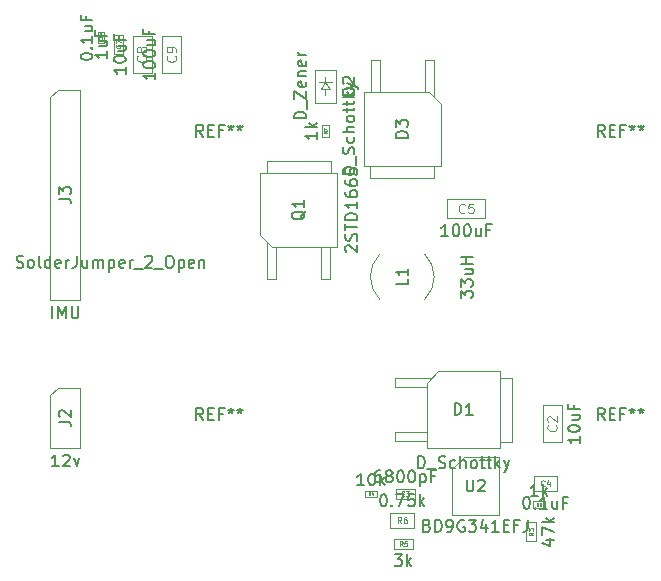
<source format=gbr>
G04 #@! TF.GenerationSoftware,KiCad,Pcbnew,9.0.4*
G04 #@! TF.CreationDate,2025-09-01T18:14:32-04:00*
G04 #@! TF.ProjectId,power_supply_hat,706f7765-725f-4737-9570-706c795f6861,rev?*
G04 #@! TF.SameCoordinates,Original*
G04 #@! TF.FileFunction,AssemblyDrawing,Top*
%FSLAX46Y46*%
G04 Gerber Fmt 4.6, Leading zero omitted, Abs format (unit mm)*
G04 Created by KiCad (PCBNEW 9.0.4) date 2025-09-01 18:14:32*
%MOMM*%
%LPD*%
G01*
G04 APERTURE LIST*
%ADD10C,0.150000*%
%ADD11C,0.060000*%
%ADD12C,0.040000*%
%ADD13C,0.120000*%
%ADD14C,0.080000*%
%ADD15C,0.100000*%
G04 APERTURE END LIST*
D10*
X130374405Y-95834819D02*
X130993452Y-95834819D01*
X130993452Y-95834819D02*
X130660119Y-96215771D01*
X130660119Y-96215771D02*
X130802976Y-96215771D01*
X130802976Y-96215771D02*
X130898214Y-96263390D01*
X130898214Y-96263390D02*
X130945833Y-96311009D01*
X130945833Y-96311009D02*
X130993452Y-96406247D01*
X130993452Y-96406247D02*
X130993452Y-96644342D01*
X130993452Y-96644342D02*
X130945833Y-96739580D01*
X130945833Y-96739580D02*
X130898214Y-96787200D01*
X130898214Y-96787200D02*
X130802976Y-96834819D01*
X130802976Y-96834819D02*
X130517262Y-96834819D01*
X130517262Y-96834819D02*
X130422024Y-96787200D01*
X130422024Y-96787200D02*
X130374405Y-96739580D01*
X131422024Y-96834819D02*
X131422024Y-95834819D01*
X131517262Y-96453866D02*
X131802976Y-96834819D01*
X131802976Y-96168152D02*
X131422024Y-96549104D01*
D11*
X131045833Y-95131927D02*
X130912500Y-94941451D01*
X130817262Y-95131927D02*
X130817262Y-94731927D01*
X130817262Y-94731927D02*
X130969643Y-94731927D01*
X130969643Y-94731927D02*
X131007738Y-94750975D01*
X131007738Y-94750975D02*
X131026785Y-94770022D01*
X131026785Y-94770022D02*
X131045833Y-94808118D01*
X131045833Y-94808118D02*
X131045833Y-94865260D01*
X131045833Y-94865260D02*
X131026785Y-94903356D01*
X131026785Y-94903356D02*
X131007738Y-94922403D01*
X131007738Y-94922403D02*
X130969643Y-94941451D01*
X130969643Y-94941451D02*
X130817262Y-94941451D01*
X131407738Y-94731927D02*
X131217262Y-94731927D01*
X131217262Y-94731927D02*
X131198214Y-94922403D01*
X131198214Y-94922403D02*
X131217262Y-94903356D01*
X131217262Y-94903356D02*
X131255357Y-94884308D01*
X131255357Y-94884308D02*
X131350595Y-94884308D01*
X131350595Y-94884308D02*
X131388690Y-94903356D01*
X131388690Y-94903356D02*
X131407738Y-94922403D01*
X131407738Y-94922403D02*
X131426785Y-94960499D01*
X131426785Y-94960499D02*
X131426785Y-95055737D01*
X131426785Y-95055737D02*
X131407738Y-95093832D01*
X131407738Y-95093832D02*
X131388690Y-95112880D01*
X131388690Y-95112880D02*
X131350595Y-95131927D01*
X131350595Y-95131927D02*
X131255357Y-95131927D01*
X131255357Y-95131927D02*
X131217262Y-95112880D01*
X131217262Y-95112880D02*
X131198214Y-95093832D01*
D10*
X148166666Y-84454819D02*
X147833333Y-83978628D01*
X147595238Y-84454819D02*
X147595238Y-83454819D01*
X147595238Y-83454819D02*
X147976190Y-83454819D01*
X147976190Y-83454819D02*
X148071428Y-83502438D01*
X148071428Y-83502438D02*
X148119047Y-83550057D01*
X148119047Y-83550057D02*
X148166666Y-83645295D01*
X148166666Y-83645295D02*
X148166666Y-83788152D01*
X148166666Y-83788152D02*
X148119047Y-83883390D01*
X148119047Y-83883390D02*
X148071428Y-83931009D01*
X148071428Y-83931009D02*
X147976190Y-83978628D01*
X147976190Y-83978628D02*
X147595238Y-83978628D01*
X148595238Y-83931009D02*
X148928571Y-83931009D01*
X149071428Y-84454819D02*
X148595238Y-84454819D01*
X148595238Y-84454819D02*
X148595238Y-83454819D01*
X148595238Y-83454819D02*
X149071428Y-83454819D01*
X149833333Y-83931009D02*
X149500000Y-83931009D01*
X149500000Y-84454819D02*
X149500000Y-83454819D01*
X149500000Y-83454819D02*
X149976190Y-83454819D01*
X150500000Y-83454819D02*
X150500000Y-83692914D01*
X150261905Y-83597676D02*
X150500000Y-83692914D01*
X150500000Y-83692914D02*
X150738095Y-83597676D01*
X150357143Y-83883390D02*
X150500000Y-83692914D01*
X150500000Y-83692914D02*
X150642857Y-83883390D01*
X151261905Y-83454819D02*
X151261905Y-83692914D01*
X151023810Y-83597676D02*
X151261905Y-83692914D01*
X151261905Y-83692914D02*
X151500000Y-83597676D01*
X151119048Y-83883390D02*
X151261905Y-83692914D01*
X151261905Y-83692914D02*
X151404762Y-83883390D01*
X101928571Y-88374819D02*
X101357143Y-88374819D01*
X101642857Y-88374819D02*
X101642857Y-87374819D01*
X101642857Y-87374819D02*
X101547619Y-87517676D01*
X101547619Y-87517676D02*
X101452381Y-87612914D01*
X101452381Y-87612914D02*
X101357143Y-87660533D01*
X102309524Y-87470057D02*
X102357143Y-87422438D01*
X102357143Y-87422438D02*
X102452381Y-87374819D01*
X102452381Y-87374819D02*
X102690476Y-87374819D01*
X102690476Y-87374819D02*
X102785714Y-87422438D01*
X102785714Y-87422438D02*
X102833333Y-87470057D01*
X102833333Y-87470057D02*
X102880952Y-87565295D01*
X102880952Y-87565295D02*
X102880952Y-87660533D01*
X102880952Y-87660533D02*
X102833333Y-87803390D01*
X102833333Y-87803390D02*
X102261905Y-88374819D01*
X102261905Y-88374819D02*
X102880952Y-88374819D01*
X103214286Y-87708152D02*
X103452381Y-88374819D01*
X103452381Y-88374819D02*
X103690476Y-87708152D01*
X101954819Y-84603333D02*
X102669104Y-84603333D01*
X102669104Y-84603333D02*
X102811961Y-84650952D01*
X102811961Y-84650952D02*
X102907200Y-84746190D01*
X102907200Y-84746190D02*
X102954819Y-84889047D01*
X102954819Y-84889047D02*
X102954819Y-84984285D01*
X102050057Y-84174761D02*
X102002438Y-84127142D01*
X102002438Y-84127142D02*
X101954819Y-84031904D01*
X101954819Y-84031904D02*
X101954819Y-83793809D01*
X101954819Y-83793809D02*
X102002438Y-83698571D01*
X102002438Y-83698571D02*
X102050057Y-83650952D01*
X102050057Y-83650952D02*
X102145295Y-83603333D01*
X102145295Y-83603333D02*
X102240533Y-83603333D01*
X102240533Y-83603333D02*
X102383390Y-83650952D01*
X102383390Y-83650952D02*
X102954819Y-84222380D01*
X102954819Y-84222380D02*
X102954819Y-83603333D01*
X103794819Y-53712856D02*
X103794819Y-53617618D01*
X103794819Y-53617618D02*
X103842438Y-53522380D01*
X103842438Y-53522380D02*
X103890057Y-53474761D01*
X103890057Y-53474761D02*
X103985295Y-53427142D01*
X103985295Y-53427142D02*
X104175771Y-53379523D01*
X104175771Y-53379523D02*
X104413866Y-53379523D01*
X104413866Y-53379523D02*
X104604342Y-53427142D01*
X104604342Y-53427142D02*
X104699580Y-53474761D01*
X104699580Y-53474761D02*
X104747200Y-53522380D01*
X104747200Y-53522380D02*
X104794819Y-53617618D01*
X104794819Y-53617618D02*
X104794819Y-53712856D01*
X104794819Y-53712856D02*
X104747200Y-53808094D01*
X104747200Y-53808094D02*
X104699580Y-53855713D01*
X104699580Y-53855713D02*
X104604342Y-53903332D01*
X104604342Y-53903332D02*
X104413866Y-53950951D01*
X104413866Y-53950951D02*
X104175771Y-53950951D01*
X104175771Y-53950951D02*
X103985295Y-53903332D01*
X103985295Y-53903332D02*
X103890057Y-53855713D01*
X103890057Y-53855713D02*
X103842438Y-53808094D01*
X103842438Y-53808094D02*
X103794819Y-53712856D01*
X104699580Y-52950951D02*
X104747200Y-52903332D01*
X104747200Y-52903332D02*
X104794819Y-52950951D01*
X104794819Y-52950951D02*
X104747200Y-52998570D01*
X104747200Y-52998570D02*
X104699580Y-52950951D01*
X104699580Y-52950951D02*
X104794819Y-52950951D01*
X104794819Y-51950952D02*
X104794819Y-52522380D01*
X104794819Y-52236666D02*
X103794819Y-52236666D01*
X103794819Y-52236666D02*
X103937676Y-52331904D01*
X103937676Y-52331904D02*
X104032914Y-52427142D01*
X104032914Y-52427142D02*
X104080533Y-52522380D01*
X104128152Y-51093809D02*
X104794819Y-51093809D01*
X104128152Y-51522380D02*
X104651961Y-51522380D01*
X104651961Y-51522380D02*
X104747200Y-51474761D01*
X104747200Y-51474761D02*
X104794819Y-51379523D01*
X104794819Y-51379523D02*
X104794819Y-51236666D01*
X104794819Y-51236666D02*
X104747200Y-51141428D01*
X104747200Y-51141428D02*
X104699580Y-51093809D01*
X104271009Y-50284285D02*
X104271009Y-50617618D01*
X104794819Y-50617618D02*
X103794819Y-50617618D01*
X103794819Y-50617618D02*
X103794819Y-50141428D01*
D12*
X105589765Y-52111666D02*
X105601670Y-52123570D01*
X105601670Y-52123570D02*
X105613574Y-52159285D01*
X105613574Y-52159285D02*
X105613574Y-52183094D01*
X105613574Y-52183094D02*
X105601670Y-52218808D01*
X105601670Y-52218808D02*
X105577860Y-52242618D01*
X105577860Y-52242618D02*
X105554050Y-52254523D01*
X105554050Y-52254523D02*
X105506431Y-52266427D01*
X105506431Y-52266427D02*
X105470717Y-52266427D01*
X105470717Y-52266427D02*
X105423098Y-52254523D01*
X105423098Y-52254523D02*
X105399289Y-52242618D01*
X105399289Y-52242618D02*
X105375479Y-52218808D01*
X105375479Y-52218808D02*
X105363574Y-52183094D01*
X105363574Y-52183094D02*
X105363574Y-52159285D01*
X105363574Y-52159285D02*
X105375479Y-52123570D01*
X105375479Y-52123570D02*
X105387384Y-52111666D01*
X105363574Y-51897380D02*
X105363574Y-51944999D01*
X105363574Y-51944999D02*
X105375479Y-51968808D01*
X105375479Y-51968808D02*
X105387384Y-51980713D01*
X105387384Y-51980713D02*
X105423098Y-52004523D01*
X105423098Y-52004523D02*
X105470717Y-52016427D01*
X105470717Y-52016427D02*
X105565955Y-52016427D01*
X105565955Y-52016427D02*
X105589765Y-52004523D01*
X105589765Y-52004523D02*
X105601670Y-51992618D01*
X105601670Y-51992618D02*
X105613574Y-51968808D01*
X105613574Y-51968808D02*
X105613574Y-51921189D01*
X105613574Y-51921189D02*
X105601670Y-51897380D01*
X105601670Y-51897380D02*
X105589765Y-51885475D01*
X105589765Y-51885475D02*
X105565955Y-51873570D01*
X105565955Y-51873570D02*
X105506431Y-51873570D01*
X105506431Y-51873570D02*
X105482622Y-51885475D01*
X105482622Y-51885475D02*
X105470717Y-51897380D01*
X105470717Y-51897380D02*
X105458812Y-51921189D01*
X105458812Y-51921189D02*
X105458812Y-51968808D01*
X105458812Y-51968808D02*
X105470717Y-51992618D01*
X105470717Y-51992618D02*
X105482622Y-52004523D01*
X105482622Y-52004523D02*
X105506431Y-52016427D01*
D10*
X142480952Y-90884819D02*
X141909524Y-90884819D01*
X142195238Y-90884819D02*
X142195238Y-89884819D01*
X142195238Y-89884819D02*
X142100000Y-90027676D01*
X142100000Y-90027676D02*
X142004762Y-90122914D01*
X142004762Y-90122914D02*
X141909524Y-90170533D01*
X142909524Y-90884819D02*
X142909524Y-89884819D01*
X143004762Y-90503866D02*
X143290476Y-90884819D01*
X143290476Y-90218152D02*
X142909524Y-90599104D01*
D12*
X142556667Y-91718200D02*
X142470000Y-91594391D01*
X142408095Y-91718200D02*
X142408095Y-91458200D01*
X142408095Y-91458200D02*
X142507143Y-91458200D01*
X142507143Y-91458200D02*
X142531905Y-91470581D01*
X142531905Y-91470581D02*
X142544286Y-91482962D01*
X142544286Y-91482962D02*
X142556667Y-91507724D01*
X142556667Y-91507724D02*
X142556667Y-91544867D01*
X142556667Y-91544867D02*
X142544286Y-91569629D01*
X142544286Y-91569629D02*
X142531905Y-91582010D01*
X142531905Y-91582010D02*
X142507143Y-91594391D01*
X142507143Y-91594391D02*
X142408095Y-91594391D01*
X142705238Y-91569629D02*
X142680476Y-91557248D01*
X142680476Y-91557248D02*
X142668095Y-91544867D01*
X142668095Y-91544867D02*
X142655714Y-91520105D01*
X142655714Y-91520105D02*
X142655714Y-91507724D01*
X142655714Y-91507724D02*
X142668095Y-91482962D01*
X142668095Y-91482962D02*
X142680476Y-91470581D01*
X142680476Y-91470581D02*
X142705238Y-91458200D01*
X142705238Y-91458200D02*
X142754762Y-91458200D01*
X142754762Y-91458200D02*
X142779524Y-91470581D01*
X142779524Y-91470581D02*
X142791905Y-91482962D01*
X142791905Y-91482962D02*
X142804286Y-91507724D01*
X142804286Y-91507724D02*
X142804286Y-91520105D01*
X142804286Y-91520105D02*
X142791905Y-91544867D01*
X142791905Y-91544867D02*
X142779524Y-91557248D01*
X142779524Y-91557248D02*
X142754762Y-91569629D01*
X142754762Y-91569629D02*
X142705238Y-91569629D01*
X142705238Y-91569629D02*
X142680476Y-91582010D01*
X142680476Y-91582010D02*
X142668095Y-91594391D01*
X142668095Y-91594391D02*
X142655714Y-91619153D01*
X142655714Y-91619153D02*
X142655714Y-91668677D01*
X142655714Y-91668677D02*
X142668095Y-91693439D01*
X142668095Y-91693439D02*
X142680476Y-91705820D01*
X142680476Y-91705820D02*
X142705238Y-91718200D01*
X142705238Y-91718200D02*
X142754762Y-91718200D01*
X142754762Y-91718200D02*
X142779524Y-91705820D01*
X142779524Y-91705820D02*
X142791905Y-91693439D01*
X142791905Y-91693439D02*
X142804286Y-91668677D01*
X142804286Y-91668677D02*
X142804286Y-91619153D01*
X142804286Y-91619153D02*
X142791905Y-91594391D01*
X142791905Y-91594391D02*
X142779524Y-91582010D01*
X142779524Y-91582010D02*
X142754762Y-91569629D01*
D10*
X107604819Y-54571428D02*
X107604819Y-55142856D01*
X107604819Y-54857142D02*
X106604819Y-54857142D01*
X106604819Y-54857142D02*
X106747676Y-54952380D01*
X106747676Y-54952380D02*
X106842914Y-55047618D01*
X106842914Y-55047618D02*
X106890533Y-55142856D01*
X106604819Y-53952380D02*
X106604819Y-53857142D01*
X106604819Y-53857142D02*
X106652438Y-53761904D01*
X106652438Y-53761904D02*
X106700057Y-53714285D01*
X106700057Y-53714285D02*
X106795295Y-53666666D01*
X106795295Y-53666666D02*
X106985771Y-53619047D01*
X106985771Y-53619047D02*
X107223866Y-53619047D01*
X107223866Y-53619047D02*
X107414342Y-53666666D01*
X107414342Y-53666666D02*
X107509580Y-53714285D01*
X107509580Y-53714285D02*
X107557200Y-53761904D01*
X107557200Y-53761904D02*
X107604819Y-53857142D01*
X107604819Y-53857142D02*
X107604819Y-53952380D01*
X107604819Y-53952380D02*
X107557200Y-54047618D01*
X107557200Y-54047618D02*
X107509580Y-54095237D01*
X107509580Y-54095237D02*
X107414342Y-54142856D01*
X107414342Y-54142856D02*
X107223866Y-54190475D01*
X107223866Y-54190475D02*
X106985771Y-54190475D01*
X106985771Y-54190475D02*
X106795295Y-54142856D01*
X106795295Y-54142856D02*
X106700057Y-54095237D01*
X106700057Y-54095237D02*
X106652438Y-54047618D01*
X106652438Y-54047618D02*
X106604819Y-53952380D01*
X106938152Y-52761904D02*
X107604819Y-52761904D01*
X106938152Y-53190475D02*
X107461961Y-53190475D01*
X107461961Y-53190475D02*
X107557200Y-53142856D01*
X107557200Y-53142856D02*
X107604819Y-53047618D01*
X107604819Y-53047618D02*
X107604819Y-52904761D01*
X107604819Y-52904761D02*
X107557200Y-52809523D01*
X107557200Y-52809523D02*
X107509580Y-52761904D01*
X107081009Y-51952380D02*
X107081009Y-52285713D01*
X107604819Y-52285713D02*
X106604819Y-52285713D01*
X106604819Y-52285713D02*
X106604819Y-51809523D01*
D13*
X109287664Y-53633332D02*
X109325760Y-53671428D01*
X109325760Y-53671428D02*
X109363855Y-53785713D01*
X109363855Y-53785713D02*
X109363855Y-53861904D01*
X109363855Y-53861904D02*
X109325760Y-53976190D01*
X109325760Y-53976190D02*
X109249569Y-54052380D01*
X109249569Y-54052380D02*
X109173379Y-54090475D01*
X109173379Y-54090475D02*
X109020998Y-54128571D01*
X109020998Y-54128571D02*
X108906712Y-54128571D01*
X108906712Y-54128571D02*
X108754331Y-54090475D01*
X108754331Y-54090475D02*
X108678140Y-54052380D01*
X108678140Y-54052380D02*
X108601950Y-53976190D01*
X108601950Y-53976190D02*
X108563855Y-53861904D01*
X108563855Y-53861904D02*
X108563855Y-53785713D01*
X108563855Y-53785713D02*
X108601950Y-53671428D01*
X108601950Y-53671428D02*
X108640045Y-53633332D01*
X108906712Y-53176190D02*
X108868617Y-53252380D01*
X108868617Y-53252380D02*
X108830521Y-53290475D01*
X108830521Y-53290475D02*
X108754331Y-53328571D01*
X108754331Y-53328571D02*
X108716236Y-53328571D01*
X108716236Y-53328571D02*
X108640045Y-53290475D01*
X108640045Y-53290475D02*
X108601950Y-53252380D01*
X108601950Y-53252380D02*
X108563855Y-53176190D01*
X108563855Y-53176190D02*
X108563855Y-53023809D01*
X108563855Y-53023809D02*
X108601950Y-52947618D01*
X108601950Y-52947618D02*
X108640045Y-52909523D01*
X108640045Y-52909523D02*
X108716236Y-52871428D01*
X108716236Y-52871428D02*
X108754331Y-52871428D01*
X108754331Y-52871428D02*
X108830521Y-52909523D01*
X108830521Y-52909523D02*
X108868617Y-52947618D01*
X108868617Y-52947618D02*
X108906712Y-53023809D01*
X108906712Y-53023809D02*
X108906712Y-53176190D01*
X108906712Y-53176190D02*
X108944807Y-53252380D01*
X108944807Y-53252380D02*
X108982902Y-53290475D01*
X108982902Y-53290475D02*
X109059093Y-53328571D01*
X109059093Y-53328571D02*
X109211474Y-53328571D01*
X109211474Y-53328571D02*
X109287664Y-53290475D01*
X109287664Y-53290475D02*
X109325760Y-53252380D01*
X109325760Y-53252380D02*
X109363855Y-53176190D01*
X109363855Y-53176190D02*
X109363855Y-53023809D01*
X109363855Y-53023809D02*
X109325760Y-52947618D01*
X109325760Y-52947618D02*
X109287664Y-52909523D01*
X109287664Y-52909523D02*
X109211474Y-52871428D01*
X109211474Y-52871428D02*
X109059093Y-52871428D01*
X109059093Y-52871428D02*
X108982902Y-52909523D01*
X108982902Y-52909523D02*
X108944807Y-52947618D01*
X108944807Y-52947618D02*
X108906712Y-53023809D01*
D10*
X123809819Y-60096547D02*
X123809819Y-60667975D01*
X123809819Y-60382261D02*
X122809819Y-60382261D01*
X122809819Y-60382261D02*
X122952676Y-60477499D01*
X122952676Y-60477499D02*
X123047914Y-60572737D01*
X123047914Y-60572737D02*
X123095533Y-60667975D01*
X123809819Y-59667975D02*
X122809819Y-59667975D01*
X123428866Y-59572737D02*
X123809819Y-59287023D01*
X123143152Y-59287023D02*
X123524104Y-59667975D01*
D12*
X124643200Y-60020832D02*
X124519391Y-60107499D01*
X124643200Y-60169404D02*
X124383200Y-60169404D01*
X124383200Y-60169404D02*
X124383200Y-60070356D01*
X124383200Y-60070356D02*
X124395581Y-60045594D01*
X124395581Y-60045594D02*
X124407962Y-60033213D01*
X124407962Y-60033213D02*
X124432724Y-60020832D01*
X124432724Y-60020832D02*
X124469867Y-60020832D01*
X124469867Y-60020832D02*
X124494629Y-60033213D01*
X124494629Y-60033213D02*
X124507010Y-60045594D01*
X124507010Y-60045594D02*
X124519391Y-60070356D01*
X124519391Y-60070356D02*
X124519391Y-60169404D01*
X124383200Y-59934166D02*
X124383200Y-59760832D01*
X124383200Y-59760832D02*
X124643200Y-59872261D01*
D10*
X141509643Y-90959819D02*
X141604881Y-90959819D01*
X141604881Y-90959819D02*
X141700119Y-91007438D01*
X141700119Y-91007438D02*
X141747738Y-91055057D01*
X141747738Y-91055057D02*
X141795357Y-91150295D01*
X141795357Y-91150295D02*
X141842976Y-91340771D01*
X141842976Y-91340771D02*
X141842976Y-91578866D01*
X141842976Y-91578866D02*
X141795357Y-91769342D01*
X141795357Y-91769342D02*
X141747738Y-91864580D01*
X141747738Y-91864580D02*
X141700119Y-91912200D01*
X141700119Y-91912200D02*
X141604881Y-91959819D01*
X141604881Y-91959819D02*
X141509643Y-91959819D01*
X141509643Y-91959819D02*
X141414405Y-91912200D01*
X141414405Y-91912200D02*
X141366786Y-91864580D01*
X141366786Y-91864580D02*
X141319167Y-91769342D01*
X141319167Y-91769342D02*
X141271548Y-91578866D01*
X141271548Y-91578866D02*
X141271548Y-91340771D01*
X141271548Y-91340771D02*
X141319167Y-91150295D01*
X141319167Y-91150295D02*
X141366786Y-91055057D01*
X141366786Y-91055057D02*
X141414405Y-91007438D01*
X141414405Y-91007438D02*
X141509643Y-90959819D01*
X142271548Y-91864580D02*
X142319167Y-91912200D01*
X142319167Y-91912200D02*
X142271548Y-91959819D01*
X142271548Y-91959819D02*
X142223929Y-91912200D01*
X142223929Y-91912200D02*
X142271548Y-91864580D01*
X142271548Y-91864580D02*
X142271548Y-91959819D01*
X143271547Y-91959819D02*
X142700119Y-91959819D01*
X142985833Y-91959819D02*
X142985833Y-90959819D01*
X142985833Y-90959819D02*
X142890595Y-91102676D01*
X142890595Y-91102676D02*
X142795357Y-91197914D01*
X142795357Y-91197914D02*
X142700119Y-91245533D01*
X144128690Y-91293152D02*
X144128690Y-91959819D01*
X143700119Y-91293152D02*
X143700119Y-91816961D01*
X143700119Y-91816961D02*
X143747738Y-91912200D01*
X143747738Y-91912200D02*
X143842976Y-91959819D01*
X143842976Y-91959819D02*
X143985833Y-91959819D01*
X143985833Y-91959819D02*
X144081071Y-91912200D01*
X144081071Y-91912200D02*
X144128690Y-91864580D01*
X144938214Y-91436009D02*
X144604881Y-91436009D01*
X144604881Y-91959819D02*
X144604881Y-90959819D01*
X144604881Y-90959819D02*
X145081071Y-90959819D01*
D14*
X143069166Y-90004530D02*
X143045357Y-90028340D01*
X143045357Y-90028340D02*
X142973928Y-90052149D01*
X142973928Y-90052149D02*
X142926309Y-90052149D01*
X142926309Y-90052149D02*
X142854881Y-90028340D01*
X142854881Y-90028340D02*
X142807262Y-89980720D01*
X142807262Y-89980720D02*
X142783452Y-89933101D01*
X142783452Y-89933101D02*
X142759643Y-89837863D01*
X142759643Y-89837863D02*
X142759643Y-89766435D01*
X142759643Y-89766435D02*
X142783452Y-89671197D01*
X142783452Y-89671197D02*
X142807262Y-89623578D01*
X142807262Y-89623578D02*
X142854881Y-89575959D01*
X142854881Y-89575959D02*
X142926309Y-89552149D01*
X142926309Y-89552149D02*
X142973928Y-89552149D01*
X142973928Y-89552149D02*
X143045357Y-89575959D01*
X143045357Y-89575959D02*
X143069166Y-89599768D01*
X143497738Y-89718816D02*
X143497738Y-90052149D01*
X143378690Y-89528340D02*
X143259643Y-89885482D01*
X143259643Y-89885482D02*
X143569166Y-89885482D01*
D10*
X132380475Y-88529819D02*
X132380475Y-87529819D01*
X132380475Y-87529819D02*
X132618570Y-87529819D01*
X132618570Y-87529819D02*
X132761427Y-87577438D01*
X132761427Y-87577438D02*
X132856665Y-87672676D01*
X132856665Y-87672676D02*
X132904284Y-87767914D01*
X132904284Y-87767914D02*
X132951903Y-87958390D01*
X132951903Y-87958390D02*
X132951903Y-88101247D01*
X132951903Y-88101247D02*
X132904284Y-88291723D01*
X132904284Y-88291723D02*
X132856665Y-88386961D01*
X132856665Y-88386961D02*
X132761427Y-88482200D01*
X132761427Y-88482200D02*
X132618570Y-88529819D01*
X132618570Y-88529819D02*
X132380475Y-88529819D01*
X133142380Y-88625057D02*
X133904284Y-88625057D01*
X134094761Y-88482200D02*
X134237618Y-88529819D01*
X134237618Y-88529819D02*
X134475713Y-88529819D01*
X134475713Y-88529819D02*
X134570951Y-88482200D01*
X134570951Y-88482200D02*
X134618570Y-88434580D01*
X134618570Y-88434580D02*
X134666189Y-88339342D01*
X134666189Y-88339342D02*
X134666189Y-88244104D01*
X134666189Y-88244104D02*
X134618570Y-88148866D01*
X134618570Y-88148866D02*
X134570951Y-88101247D01*
X134570951Y-88101247D02*
X134475713Y-88053628D01*
X134475713Y-88053628D02*
X134285237Y-88006009D01*
X134285237Y-88006009D02*
X134189999Y-87958390D01*
X134189999Y-87958390D02*
X134142380Y-87910771D01*
X134142380Y-87910771D02*
X134094761Y-87815533D01*
X134094761Y-87815533D02*
X134094761Y-87720295D01*
X134094761Y-87720295D02*
X134142380Y-87625057D01*
X134142380Y-87625057D02*
X134189999Y-87577438D01*
X134189999Y-87577438D02*
X134285237Y-87529819D01*
X134285237Y-87529819D02*
X134523332Y-87529819D01*
X134523332Y-87529819D02*
X134666189Y-87577438D01*
X135523332Y-88482200D02*
X135428094Y-88529819D01*
X135428094Y-88529819D02*
X135237618Y-88529819D01*
X135237618Y-88529819D02*
X135142380Y-88482200D01*
X135142380Y-88482200D02*
X135094761Y-88434580D01*
X135094761Y-88434580D02*
X135047142Y-88339342D01*
X135047142Y-88339342D02*
X135047142Y-88053628D01*
X135047142Y-88053628D02*
X135094761Y-87958390D01*
X135094761Y-87958390D02*
X135142380Y-87910771D01*
X135142380Y-87910771D02*
X135237618Y-87863152D01*
X135237618Y-87863152D02*
X135428094Y-87863152D01*
X135428094Y-87863152D02*
X135523332Y-87910771D01*
X135951904Y-88529819D02*
X135951904Y-87529819D01*
X136380475Y-88529819D02*
X136380475Y-88006009D01*
X136380475Y-88006009D02*
X136332856Y-87910771D01*
X136332856Y-87910771D02*
X136237618Y-87863152D01*
X136237618Y-87863152D02*
X136094761Y-87863152D01*
X136094761Y-87863152D02*
X135999523Y-87910771D01*
X135999523Y-87910771D02*
X135951904Y-87958390D01*
X136999523Y-88529819D02*
X136904285Y-88482200D01*
X136904285Y-88482200D02*
X136856666Y-88434580D01*
X136856666Y-88434580D02*
X136809047Y-88339342D01*
X136809047Y-88339342D02*
X136809047Y-88053628D01*
X136809047Y-88053628D02*
X136856666Y-87958390D01*
X136856666Y-87958390D02*
X136904285Y-87910771D01*
X136904285Y-87910771D02*
X136999523Y-87863152D01*
X136999523Y-87863152D02*
X137142380Y-87863152D01*
X137142380Y-87863152D02*
X137237618Y-87910771D01*
X137237618Y-87910771D02*
X137285237Y-87958390D01*
X137285237Y-87958390D02*
X137332856Y-88053628D01*
X137332856Y-88053628D02*
X137332856Y-88339342D01*
X137332856Y-88339342D02*
X137285237Y-88434580D01*
X137285237Y-88434580D02*
X137237618Y-88482200D01*
X137237618Y-88482200D02*
X137142380Y-88529819D01*
X137142380Y-88529819D02*
X136999523Y-88529819D01*
X137618571Y-87863152D02*
X137999523Y-87863152D01*
X137761428Y-87529819D02*
X137761428Y-88386961D01*
X137761428Y-88386961D02*
X137809047Y-88482200D01*
X137809047Y-88482200D02*
X137904285Y-88529819D01*
X137904285Y-88529819D02*
X137999523Y-88529819D01*
X138190000Y-87863152D02*
X138570952Y-87863152D01*
X138332857Y-87529819D02*
X138332857Y-88386961D01*
X138332857Y-88386961D02*
X138380476Y-88482200D01*
X138380476Y-88482200D02*
X138475714Y-88529819D01*
X138475714Y-88529819D02*
X138570952Y-88529819D01*
X138904286Y-88529819D02*
X138904286Y-87529819D01*
X138999524Y-88148866D02*
X139285238Y-88529819D01*
X139285238Y-87863152D02*
X138904286Y-88244104D01*
X139618572Y-87863152D02*
X139856667Y-88529819D01*
X140094762Y-87863152D02*
X139856667Y-88529819D01*
X139856667Y-88529819D02*
X139761429Y-88767914D01*
X139761429Y-88767914D02*
X139713810Y-88815533D01*
X139713810Y-88815533D02*
X139618572Y-88863152D01*
X135451905Y-84029819D02*
X135451905Y-83029819D01*
X135451905Y-83029819D02*
X135690000Y-83029819D01*
X135690000Y-83029819D02*
X135832857Y-83077438D01*
X135832857Y-83077438D02*
X135928095Y-83172676D01*
X135928095Y-83172676D02*
X135975714Y-83267914D01*
X135975714Y-83267914D02*
X136023333Y-83458390D01*
X136023333Y-83458390D02*
X136023333Y-83601247D01*
X136023333Y-83601247D02*
X135975714Y-83791723D01*
X135975714Y-83791723D02*
X135928095Y-83886961D01*
X135928095Y-83886961D02*
X135832857Y-83982200D01*
X135832857Y-83982200D02*
X135690000Y-84029819D01*
X135690000Y-84029819D02*
X135451905Y-84029819D01*
X136975714Y-84029819D02*
X136404286Y-84029819D01*
X136690000Y-84029819D02*
X136690000Y-83029819D01*
X136690000Y-83029819D02*
X136594762Y-83172676D01*
X136594762Y-83172676D02*
X136499524Y-83267914D01*
X136499524Y-83267914D02*
X136404286Y-83315533D01*
X122879819Y-58913095D02*
X121879819Y-58913095D01*
X121879819Y-58913095D02*
X121879819Y-58675000D01*
X121879819Y-58675000D02*
X121927438Y-58532143D01*
X121927438Y-58532143D02*
X122022676Y-58436905D01*
X122022676Y-58436905D02*
X122117914Y-58389286D01*
X122117914Y-58389286D02*
X122308390Y-58341667D01*
X122308390Y-58341667D02*
X122451247Y-58341667D01*
X122451247Y-58341667D02*
X122641723Y-58389286D01*
X122641723Y-58389286D02*
X122736961Y-58436905D01*
X122736961Y-58436905D02*
X122832200Y-58532143D01*
X122832200Y-58532143D02*
X122879819Y-58675000D01*
X122879819Y-58675000D02*
X122879819Y-58913095D01*
X122975057Y-58151191D02*
X122975057Y-57389286D01*
X121879819Y-57246428D02*
X121879819Y-56579762D01*
X121879819Y-56579762D02*
X122879819Y-57246428D01*
X122879819Y-57246428D02*
X122879819Y-56579762D01*
X122832200Y-55817857D02*
X122879819Y-55913095D01*
X122879819Y-55913095D02*
X122879819Y-56103571D01*
X122879819Y-56103571D02*
X122832200Y-56198809D01*
X122832200Y-56198809D02*
X122736961Y-56246428D01*
X122736961Y-56246428D02*
X122356009Y-56246428D01*
X122356009Y-56246428D02*
X122260771Y-56198809D01*
X122260771Y-56198809D02*
X122213152Y-56103571D01*
X122213152Y-56103571D02*
X122213152Y-55913095D01*
X122213152Y-55913095D02*
X122260771Y-55817857D01*
X122260771Y-55817857D02*
X122356009Y-55770238D01*
X122356009Y-55770238D02*
X122451247Y-55770238D01*
X122451247Y-55770238D02*
X122546485Y-56246428D01*
X122213152Y-55341666D02*
X122879819Y-55341666D01*
X122308390Y-55341666D02*
X122260771Y-55294047D01*
X122260771Y-55294047D02*
X122213152Y-55198809D01*
X122213152Y-55198809D02*
X122213152Y-55055952D01*
X122213152Y-55055952D02*
X122260771Y-54960714D01*
X122260771Y-54960714D02*
X122356009Y-54913095D01*
X122356009Y-54913095D02*
X122879819Y-54913095D01*
X122832200Y-54055952D02*
X122879819Y-54151190D01*
X122879819Y-54151190D02*
X122879819Y-54341666D01*
X122879819Y-54341666D02*
X122832200Y-54436904D01*
X122832200Y-54436904D02*
X122736961Y-54484523D01*
X122736961Y-54484523D02*
X122356009Y-54484523D01*
X122356009Y-54484523D02*
X122260771Y-54436904D01*
X122260771Y-54436904D02*
X122213152Y-54341666D01*
X122213152Y-54341666D02*
X122213152Y-54151190D01*
X122213152Y-54151190D02*
X122260771Y-54055952D01*
X122260771Y-54055952D02*
X122356009Y-54008333D01*
X122356009Y-54008333D02*
X122451247Y-54008333D01*
X122451247Y-54008333D02*
X122546485Y-54484523D01*
X122879819Y-53579761D02*
X122213152Y-53579761D01*
X122403628Y-53579761D02*
X122308390Y-53532142D01*
X122308390Y-53532142D02*
X122260771Y-53484523D01*
X122260771Y-53484523D02*
X122213152Y-53389285D01*
X122213152Y-53389285D02*
X122213152Y-53294047D01*
X126979819Y-56913094D02*
X125979819Y-56913094D01*
X125979819Y-56913094D02*
X125979819Y-56674999D01*
X125979819Y-56674999D02*
X126027438Y-56532142D01*
X126027438Y-56532142D02*
X126122676Y-56436904D01*
X126122676Y-56436904D02*
X126217914Y-56389285D01*
X126217914Y-56389285D02*
X126408390Y-56341666D01*
X126408390Y-56341666D02*
X126551247Y-56341666D01*
X126551247Y-56341666D02*
X126741723Y-56389285D01*
X126741723Y-56389285D02*
X126836961Y-56436904D01*
X126836961Y-56436904D02*
X126932200Y-56532142D01*
X126932200Y-56532142D02*
X126979819Y-56674999D01*
X126979819Y-56674999D02*
X126979819Y-56913094D01*
X126075057Y-55960713D02*
X126027438Y-55913094D01*
X126027438Y-55913094D02*
X125979819Y-55817856D01*
X125979819Y-55817856D02*
X125979819Y-55579761D01*
X125979819Y-55579761D02*
X126027438Y-55484523D01*
X126027438Y-55484523D02*
X126075057Y-55436904D01*
X126075057Y-55436904D02*
X126170295Y-55389285D01*
X126170295Y-55389285D02*
X126265533Y-55389285D01*
X126265533Y-55389285D02*
X126408390Y-55436904D01*
X126408390Y-55436904D02*
X126979819Y-56008332D01*
X126979819Y-56008332D02*
X126979819Y-55389285D01*
X129155952Y-88724819D02*
X128965476Y-88724819D01*
X128965476Y-88724819D02*
X128870238Y-88772438D01*
X128870238Y-88772438D02*
X128822619Y-88820057D01*
X128822619Y-88820057D02*
X128727381Y-88962914D01*
X128727381Y-88962914D02*
X128679762Y-89153390D01*
X128679762Y-89153390D02*
X128679762Y-89534342D01*
X128679762Y-89534342D02*
X128727381Y-89629580D01*
X128727381Y-89629580D02*
X128775000Y-89677200D01*
X128775000Y-89677200D02*
X128870238Y-89724819D01*
X128870238Y-89724819D02*
X129060714Y-89724819D01*
X129060714Y-89724819D02*
X129155952Y-89677200D01*
X129155952Y-89677200D02*
X129203571Y-89629580D01*
X129203571Y-89629580D02*
X129251190Y-89534342D01*
X129251190Y-89534342D02*
X129251190Y-89296247D01*
X129251190Y-89296247D02*
X129203571Y-89201009D01*
X129203571Y-89201009D02*
X129155952Y-89153390D01*
X129155952Y-89153390D02*
X129060714Y-89105771D01*
X129060714Y-89105771D02*
X128870238Y-89105771D01*
X128870238Y-89105771D02*
X128775000Y-89153390D01*
X128775000Y-89153390D02*
X128727381Y-89201009D01*
X128727381Y-89201009D02*
X128679762Y-89296247D01*
X129822619Y-89153390D02*
X129727381Y-89105771D01*
X129727381Y-89105771D02*
X129679762Y-89058152D01*
X129679762Y-89058152D02*
X129632143Y-88962914D01*
X129632143Y-88962914D02*
X129632143Y-88915295D01*
X129632143Y-88915295D02*
X129679762Y-88820057D01*
X129679762Y-88820057D02*
X129727381Y-88772438D01*
X129727381Y-88772438D02*
X129822619Y-88724819D01*
X129822619Y-88724819D02*
X130013095Y-88724819D01*
X130013095Y-88724819D02*
X130108333Y-88772438D01*
X130108333Y-88772438D02*
X130155952Y-88820057D01*
X130155952Y-88820057D02*
X130203571Y-88915295D01*
X130203571Y-88915295D02*
X130203571Y-88962914D01*
X130203571Y-88962914D02*
X130155952Y-89058152D01*
X130155952Y-89058152D02*
X130108333Y-89105771D01*
X130108333Y-89105771D02*
X130013095Y-89153390D01*
X130013095Y-89153390D02*
X129822619Y-89153390D01*
X129822619Y-89153390D02*
X129727381Y-89201009D01*
X129727381Y-89201009D02*
X129679762Y-89248628D01*
X129679762Y-89248628D02*
X129632143Y-89343866D01*
X129632143Y-89343866D02*
X129632143Y-89534342D01*
X129632143Y-89534342D02*
X129679762Y-89629580D01*
X129679762Y-89629580D02*
X129727381Y-89677200D01*
X129727381Y-89677200D02*
X129822619Y-89724819D01*
X129822619Y-89724819D02*
X130013095Y-89724819D01*
X130013095Y-89724819D02*
X130108333Y-89677200D01*
X130108333Y-89677200D02*
X130155952Y-89629580D01*
X130155952Y-89629580D02*
X130203571Y-89534342D01*
X130203571Y-89534342D02*
X130203571Y-89343866D01*
X130203571Y-89343866D02*
X130155952Y-89248628D01*
X130155952Y-89248628D02*
X130108333Y-89201009D01*
X130108333Y-89201009D02*
X130013095Y-89153390D01*
X130822619Y-88724819D02*
X130917857Y-88724819D01*
X130917857Y-88724819D02*
X131013095Y-88772438D01*
X131013095Y-88772438D02*
X131060714Y-88820057D01*
X131060714Y-88820057D02*
X131108333Y-88915295D01*
X131108333Y-88915295D02*
X131155952Y-89105771D01*
X131155952Y-89105771D02*
X131155952Y-89343866D01*
X131155952Y-89343866D02*
X131108333Y-89534342D01*
X131108333Y-89534342D02*
X131060714Y-89629580D01*
X131060714Y-89629580D02*
X131013095Y-89677200D01*
X131013095Y-89677200D02*
X130917857Y-89724819D01*
X130917857Y-89724819D02*
X130822619Y-89724819D01*
X130822619Y-89724819D02*
X130727381Y-89677200D01*
X130727381Y-89677200D02*
X130679762Y-89629580D01*
X130679762Y-89629580D02*
X130632143Y-89534342D01*
X130632143Y-89534342D02*
X130584524Y-89343866D01*
X130584524Y-89343866D02*
X130584524Y-89105771D01*
X130584524Y-89105771D02*
X130632143Y-88915295D01*
X130632143Y-88915295D02*
X130679762Y-88820057D01*
X130679762Y-88820057D02*
X130727381Y-88772438D01*
X130727381Y-88772438D02*
X130822619Y-88724819D01*
X131775000Y-88724819D02*
X131870238Y-88724819D01*
X131870238Y-88724819D02*
X131965476Y-88772438D01*
X131965476Y-88772438D02*
X132013095Y-88820057D01*
X132013095Y-88820057D02*
X132060714Y-88915295D01*
X132060714Y-88915295D02*
X132108333Y-89105771D01*
X132108333Y-89105771D02*
X132108333Y-89343866D01*
X132108333Y-89343866D02*
X132060714Y-89534342D01*
X132060714Y-89534342D02*
X132013095Y-89629580D01*
X132013095Y-89629580D02*
X131965476Y-89677200D01*
X131965476Y-89677200D02*
X131870238Y-89724819D01*
X131870238Y-89724819D02*
X131775000Y-89724819D01*
X131775000Y-89724819D02*
X131679762Y-89677200D01*
X131679762Y-89677200D02*
X131632143Y-89629580D01*
X131632143Y-89629580D02*
X131584524Y-89534342D01*
X131584524Y-89534342D02*
X131536905Y-89343866D01*
X131536905Y-89343866D02*
X131536905Y-89105771D01*
X131536905Y-89105771D02*
X131584524Y-88915295D01*
X131584524Y-88915295D02*
X131632143Y-88820057D01*
X131632143Y-88820057D02*
X131679762Y-88772438D01*
X131679762Y-88772438D02*
X131775000Y-88724819D01*
X132536905Y-89058152D02*
X132536905Y-90058152D01*
X132536905Y-89105771D02*
X132632143Y-89058152D01*
X132632143Y-89058152D02*
X132822619Y-89058152D01*
X132822619Y-89058152D02*
X132917857Y-89105771D01*
X132917857Y-89105771D02*
X132965476Y-89153390D01*
X132965476Y-89153390D02*
X133013095Y-89248628D01*
X133013095Y-89248628D02*
X133013095Y-89534342D01*
X133013095Y-89534342D02*
X132965476Y-89629580D01*
X132965476Y-89629580D02*
X132917857Y-89677200D01*
X132917857Y-89677200D02*
X132822619Y-89724819D01*
X132822619Y-89724819D02*
X132632143Y-89724819D01*
X132632143Y-89724819D02*
X132536905Y-89677200D01*
X133775000Y-89201009D02*
X133441667Y-89201009D01*
X133441667Y-89724819D02*
X133441667Y-88724819D01*
X133441667Y-88724819D02*
X133917857Y-88724819D01*
D11*
X131208333Y-90843832D02*
X131189285Y-90862880D01*
X131189285Y-90862880D02*
X131132143Y-90881927D01*
X131132143Y-90881927D02*
X131094047Y-90881927D01*
X131094047Y-90881927D02*
X131036904Y-90862880D01*
X131036904Y-90862880D02*
X130998809Y-90824784D01*
X130998809Y-90824784D02*
X130979762Y-90786689D01*
X130979762Y-90786689D02*
X130960714Y-90710499D01*
X130960714Y-90710499D02*
X130960714Y-90653356D01*
X130960714Y-90653356D02*
X130979762Y-90577165D01*
X130979762Y-90577165D02*
X130998809Y-90539070D01*
X130998809Y-90539070D02*
X131036904Y-90500975D01*
X131036904Y-90500975D02*
X131094047Y-90481927D01*
X131094047Y-90481927D02*
X131132143Y-90481927D01*
X131132143Y-90481927D02*
X131189285Y-90500975D01*
X131189285Y-90500975D02*
X131208333Y-90520022D01*
X131341666Y-90481927D02*
X131589285Y-90481927D01*
X131589285Y-90481927D02*
X131455952Y-90634308D01*
X131455952Y-90634308D02*
X131513095Y-90634308D01*
X131513095Y-90634308D02*
X131551190Y-90653356D01*
X131551190Y-90653356D02*
X131570238Y-90672403D01*
X131570238Y-90672403D02*
X131589285Y-90710499D01*
X131589285Y-90710499D02*
X131589285Y-90805737D01*
X131589285Y-90805737D02*
X131570238Y-90843832D01*
X131570238Y-90843832D02*
X131551190Y-90862880D01*
X131551190Y-90862880D02*
X131513095Y-90881927D01*
X131513095Y-90881927D02*
X131398809Y-90881927D01*
X131398809Y-90881927D02*
X131360714Y-90862880D01*
X131360714Y-90862880D02*
X131341666Y-90843832D01*
D10*
X135979819Y-74110713D02*
X135979819Y-73491666D01*
X135979819Y-73491666D02*
X136360771Y-73824999D01*
X136360771Y-73824999D02*
X136360771Y-73682142D01*
X136360771Y-73682142D02*
X136408390Y-73586904D01*
X136408390Y-73586904D02*
X136456009Y-73539285D01*
X136456009Y-73539285D02*
X136551247Y-73491666D01*
X136551247Y-73491666D02*
X136789342Y-73491666D01*
X136789342Y-73491666D02*
X136884580Y-73539285D01*
X136884580Y-73539285D02*
X136932200Y-73586904D01*
X136932200Y-73586904D02*
X136979819Y-73682142D01*
X136979819Y-73682142D02*
X136979819Y-73967856D01*
X136979819Y-73967856D02*
X136932200Y-74063094D01*
X136932200Y-74063094D02*
X136884580Y-74110713D01*
X135979819Y-73158332D02*
X135979819Y-72539285D01*
X135979819Y-72539285D02*
X136360771Y-72872618D01*
X136360771Y-72872618D02*
X136360771Y-72729761D01*
X136360771Y-72729761D02*
X136408390Y-72634523D01*
X136408390Y-72634523D02*
X136456009Y-72586904D01*
X136456009Y-72586904D02*
X136551247Y-72539285D01*
X136551247Y-72539285D02*
X136789342Y-72539285D01*
X136789342Y-72539285D02*
X136884580Y-72586904D01*
X136884580Y-72586904D02*
X136932200Y-72634523D01*
X136932200Y-72634523D02*
X136979819Y-72729761D01*
X136979819Y-72729761D02*
X136979819Y-73015475D01*
X136979819Y-73015475D02*
X136932200Y-73110713D01*
X136932200Y-73110713D02*
X136884580Y-73158332D01*
X136313152Y-71682142D02*
X136979819Y-71682142D01*
X136313152Y-72110713D02*
X136836961Y-72110713D01*
X136836961Y-72110713D02*
X136932200Y-72063094D01*
X136932200Y-72063094D02*
X136979819Y-71967856D01*
X136979819Y-71967856D02*
X136979819Y-71824999D01*
X136979819Y-71824999D02*
X136932200Y-71729761D01*
X136932200Y-71729761D02*
X136884580Y-71682142D01*
X136979819Y-71205951D02*
X135979819Y-71205951D01*
X136456009Y-71205951D02*
X136456009Y-70634523D01*
X136979819Y-70634523D02*
X135979819Y-70634523D01*
X131479819Y-72491666D02*
X131479819Y-72967856D01*
X131479819Y-72967856D02*
X130479819Y-72967856D01*
X131479819Y-71634523D02*
X131479819Y-72205951D01*
X131479819Y-71920237D02*
X130479819Y-71920237D01*
X130479819Y-71920237D02*
X130622676Y-72015475D01*
X130622676Y-72015475D02*
X130717914Y-72110713D01*
X130717914Y-72110713D02*
X130765533Y-72205951D01*
X106024819Y-53232738D02*
X106024819Y-53804166D01*
X106024819Y-53518452D02*
X105024819Y-53518452D01*
X105024819Y-53518452D02*
X105167676Y-53613690D01*
X105167676Y-53613690D02*
X105262914Y-53708928D01*
X105262914Y-53708928D02*
X105310533Y-53804166D01*
X105358152Y-52375595D02*
X106024819Y-52375595D01*
X105358152Y-52804166D02*
X105881961Y-52804166D01*
X105881961Y-52804166D02*
X105977200Y-52756547D01*
X105977200Y-52756547D02*
X106024819Y-52661309D01*
X106024819Y-52661309D02*
X106024819Y-52518452D01*
X106024819Y-52518452D02*
X105977200Y-52423214D01*
X105977200Y-52423214D02*
X105929580Y-52375595D01*
X105501009Y-51566071D02*
X105501009Y-51899404D01*
X106024819Y-51899404D02*
X105024819Y-51899404D01*
X105024819Y-51899404D02*
X105024819Y-51423214D01*
D11*
X107143832Y-52704166D02*
X107162880Y-52723214D01*
X107162880Y-52723214D02*
X107181927Y-52780356D01*
X107181927Y-52780356D02*
X107181927Y-52818452D01*
X107181927Y-52818452D02*
X107162880Y-52875595D01*
X107162880Y-52875595D02*
X107124784Y-52913690D01*
X107124784Y-52913690D02*
X107086689Y-52932737D01*
X107086689Y-52932737D02*
X107010499Y-52951785D01*
X107010499Y-52951785D02*
X106953356Y-52951785D01*
X106953356Y-52951785D02*
X106877165Y-52932737D01*
X106877165Y-52932737D02*
X106839070Y-52913690D01*
X106839070Y-52913690D02*
X106800975Y-52875595D01*
X106800975Y-52875595D02*
X106781927Y-52818452D01*
X106781927Y-52818452D02*
X106781927Y-52780356D01*
X106781927Y-52780356D02*
X106800975Y-52723214D01*
X106800975Y-52723214D02*
X106820022Y-52704166D01*
X106781927Y-52570833D02*
X106781927Y-52304166D01*
X106781927Y-52304166D02*
X107181927Y-52475595D01*
D10*
X126979819Y-63624524D02*
X125979819Y-63624524D01*
X125979819Y-63624524D02*
X125979819Y-63386429D01*
X125979819Y-63386429D02*
X126027438Y-63243572D01*
X126027438Y-63243572D02*
X126122676Y-63148334D01*
X126122676Y-63148334D02*
X126217914Y-63100715D01*
X126217914Y-63100715D02*
X126408390Y-63053096D01*
X126408390Y-63053096D02*
X126551247Y-63053096D01*
X126551247Y-63053096D02*
X126741723Y-63100715D01*
X126741723Y-63100715D02*
X126836961Y-63148334D01*
X126836961Y-63148334D02*
X126932200Y-63243572D01*
X126932200Y-63243572D02*
X126979819Y-63386429D01*
X126979819Y-63386429D02*
X126979819Y-63624524D01*
X127075057Y-62862620D02*
X127075057Y-62100715D01*
X126932200Y-61910238D02*
X126979819Y-61767381D01*
X126979819Y-61767381D02*
X126979819Y-61529286D01*
X126979819Y-61529286D02*
X126932200Y-61434048D01*
X126932200Y-61434048D02*
X126884580Y-61386429D01*
X126884580Y-61386429D02*
X126789342Y-61338810D01*
X126789342Y-61338810D02*
X126694104Y-61338810D01*
X126694104Y-61338810D02*
X126598866Y-61386429D01*
X126598866Y-61386429D02*
X126551247Y-61434048D01*
X126551247Y-61434048D02*
X126503628Y-61529286D01*
X126503628Y-61529286D02*
X126456009Y-61719762D01*
X126456009Y-61719762D02*
X126408390Y-61815000D01*
X126408390Y-61815000D02*
X126360771Y-61862619D01*
X126360771Y-61862619D02*
X126265533Y-61910238D01*
X126265533Y-61910238D02*
X126170295Y-61910238D01*
X126170295Y-61910238D02*
X126075057Y-61862619D01*
X126075057Y-61862619D02*
X126027438Y-61815000D01*
X126027438Y-61815000D02*
X125979819Y-61719762D01*
X125979819Y-61719762D02*
X125979819Y-61481667D01*
X125979819Y-61481667D02*
X126027438Y-61338810D01*
X126932200Y-60481667D02*
X126979819Y-60576905D01*
X126979819Y-60576905D02*
X126979819Y-60767381D01*
X126979819Y-60767381D02*
X126932200Y-60862619D01*
X126932200Y-60862619D02*
X126884580Y-60910238D01*
X126884580Y-60910238D02*
X126789342Y-60957857D01*
X126789342Y-60957857D02*
X126503628Y-60957857D01*
X126503628Y-60957857D02*
X126408390Y-60910238D01*
X126408390Y-60910238D02*
X126360771Y-60862619D01*
X126360771Y-60862619D02*
X126313152Y-60767381D01*
X126313152Y-60767381D02*
X126313152Y-60576905D01*
X126313152Y-60576905D02*
X126360771Y-60481667D01*
X126979819Y-60053095D02*
X125979819Y-60053095D01*
X126979819Y-59624524D02*
X126456009Y-59624524D01*
X126456009Y-59624524D02*
X126360771Y-59672143D01*
X126360771Y-59672143D02*
X126313152Y-59767381D01*
X126313152Y-59767381D02*
X126313152Y-59910238D01*
X126313152Y-59910238D02*
X126360771Y-60005476D01*
X126360771Y-60005476D02*
X126408390Y-60053095D01*
X126979819Y-59005476D02*
X126932200Y-59100714D01*
X126932200Y-59100714D02*
X126884580Y-59148333D01*
X126884580Y-59148333D02*
X126789342Y-59195952D01*
X126789342Y-59195952D02*
X126503628Y-59195952D01*
X126503628Y-59195952D02*
X126408390Y-59148333D01*
X126408390Y-59148333D02*
X126360771Y-59100714D01*
X126360771Y-59100714D02*
X126313152Y-59005476D01*
X126313152Y-59005476D02*
X126313152Y-58862619D01*
X126313152Y-58862619D02*
X126360771Y-58767381D01*
X126360771Y-58767381D02*
X126408390Y-58719762D01*
X126408390Y-58719762D02*
X126503628Y-58672143D01*
X126503628Y-58672143D02*
X126789342Y-58672143D01*
X126789342Y-58672143D02*
X126884580Y-58719762D01*
X126884580Y-58719762D02*
X126932200Y-58767381D01*
X126932200Y-58767381D02*
X126979819Y-58862619D01*
X126979819Y-58862619D02*
X126979819Y-59005476D01*
X126313152Y-58386428D02*
X126313152Y-58005476D01*
X125979819Y-58243571D02*
X126836961Y-58243571D01*
X126836961Y-58243571D02*
X126932200Y-58195952D01*
X126932200Y-58195952D02*
X126979819Y-58100714D01*
X126979819Y-58100714D02*
X126979819Y-58005476D01*
X126313152Y-57814999D02*
X126313152Y-57434047D01*
X125979819Y-57672142D02*
X126836961Y-57672142D01*
X126836961Y-57672142D02*
X126932200Y-57624523D01*
X126932200Y-57624523D02*
X126979819Y-57529285D01*
X126979819Y-57529285D02*
X126979819Y-57434047D01*
X126979819Y-57100713D02*
X125979819Y-57100713D01*
X126598866Y-57005475D02*
X126979819Y-56719761D01*
X126313152Y-56719761D02*
X126694104Y-57100713D01*
X126313152Y-56386427D02*
X126979819Y-56148332D01*
X126313152Y-55910237D02*
X126979819Y-56148332D01*
X126979819Y-56148332D02*
X127217914Y-56243570D01*
X127217914Y-56243570D02*
X127265533Y-56291189D01*
X127265533Y-56291189D02*
X127313152Y-56386427D01*
X131479819Y-60553094D02*
X130479819Y-60553094D01*
X130479819Y-60553094D02*
X130479819Y-60314999D01*
X130479819Y-60314999D02*
X130527438Y-60172142D01*
X130527438Y-60172142D02*
X130622676Y-60076904D01*
X130622676Y-60076904D02*
X130717914Y-60029285D01*
X130717914Y-60029285D02*
X130908390Y-59981666D01*
X130908390Y-59981666D02*
X131051247Y-59981666D01*
X131051247Y-59981666D02*
X131241723Y-60029285D01*
X131241723Y-60029285D02*
X131336961Y-60076904D01*
X131336961Y-60076904D02*
X131432200Y-60172142D01*
X131432200Y-60172142D02*
X131479819Y-60314999D01*
X131479819Y-60314999D02*
X131479819Y-60553094D01*
X130479819Y-59648332D02*
X130479819Y-59029285D01*
X130479819Y-59029285D02*
X130860771Y-59362618D01*
X130860771Y-59362618D02*
X130860771Y-59219761D01*
X130860771Y-59219761D02*
X130908390Y-59124523D01*
X130908390Y-59124523D02*
X130956009Y-59076904D01*
X130956009Y-59076904D02*
X131051247Y-59029285D01*
X131051247Y-59029285D02*
X131289342Y-59029285D01*
X131289342Y-59029285D02*
X131384580Y-59076904D01*
X131384580Y-59076904D02*
X131432200Y-59124523D01*
X131432200Y-59124523D02*
X131479819Y-59219761D01*
X131479819Y-59219761D02*
X131479819Y-59505475D01*
X131479819Y-59505475D02*
X131432200Y-59600713D01*
X131432200Y-59600713D02*
X131384580Y-59648332D01*
X126300057Y-70207618D02*
X126252438Y-70159999D01*
X126252438Y-70159999D02*
X126204819Y-70064761D01*
X126204819Y-70064761D02*
X126204819Y-69826666D01*
X126204819Y-69826666D02*
X126252438Y-69731428D01*
X126252438Y-69731428D02*
X126300057Y-69683809D01*
X126300057Y-69683809D02*
X126395295Y-69636190D01*
X126395295Y-69636190D02*
X126490533Y-69636190D01*
X126490533Y-69636190D02*
X126633390Y-69683809D01*
X126633390Y-69683809D02*
X127204819Y-70255237D01*
X127204819Y-70255237D02*
X127204819Y-69636190D01*
X127157200Y-69255237D02*
X127204819Y-69112380D01*
X127204819Y-69112380D02*
X127204819Y-68874285D01*
X127204819Y-68874285D02*
X127157200Y-68779047D01*
X127157200Y-68779047D02*
X127109580Y-68731428D01*
X127109580Y-68731428D02*
X127014342Y-68683809D01*
X127014342Y-68683809D02*
X126919104Y-68683809D01*
X126919104Y-68683809D02*
X126823866Y-68731428D01*
X126823866Y-68731428D02*
X126776247Y-68779047D01*
X126776247Y-68779047D02*
X126728628Y-68874285D01*
X126728628Y-68874285D02*
X126681009Y-69064761D01*
X126681009Y-69064761D02*
X126633390Y-69159999D01*
X126633390Y-69159999D02*
X126585771Y-69207618D01*
X126585771Y-69207618D02*
X126490533Y-69255237D01*
X126490533Y-69255237D02*
X126395295Y-69255237D01*
X126395295Y-69255237D02*
X126300057Y-69207618D01*
X126300057Y-69207618D02*
X126252438Y-69159999D01*
X126252438Y-69159999D02*
X126204819Y-69064761D01*
X126204819Y-69064761D02*
X126204819Y-68826666D01*
X126204819Y-68826666D02*
X126252438Y-68683809D01*
X126204819Y-68398094D02*
X126204819Y-67826666D01*
X127204819Y-68112380D02*
X126204819Y-68112380D01*
X127204819Y-67493332D02*
X126204819Y-67493332D01*
X126204819Y-67493332D02*
X126204819Y-67255237D01*
X126204819Y-67255237D02*
X126252438Y-67112380D01*
X126252438Y-67112380D02*
X126347676Y-67017142D01*
X126347676Y-67017142D02*
X126442914Y-66969523D01*
X126442914Y-66969523D02*
X126633390Y-66921904D01*
X126633390Y-66921904D02*
X126776247Y-66921904D01*
X126776247Y-66921904D02*
X126966723Y-66969523D01*
X126966723Y-66969523D02*
X127061961Y-67017142D01*
X127061961Y-67017142D02*
X127157200Y-67112380D01*
X127157200Y-67112380D02*
X127204819Y-67255237D01*
X127204819Y-67255237D02*
X127204819Y-67493332D01*
X127204819Y-65969523D02*
X127204819Y-66540951D01*
X127204819Y-66255237D02*
X126204819Y-66255237D01*
X126204819Y-66255237D02*
X126347676Y-66350475D01*
X126347676Y-66350475D02*
X126442914Y-66445713D01*
X126442914Y-66445713D02*
X126490533Y-66540951D01*
X126204819Y-65112380D02*
X126204819Y-65302856D01*
X126204819Y-65302856D02*
X126252438Y-65398094D01*
X126252438Y-65398094D02*
X126300057Y-65445713D01*
X126300057Y-65445713D02*
X126442914Y-65540951D01*
X126442914Y-65540951D02*
X126633390Y-65588570D01*
X126633390Y-65588570D02*
X127014342Y-65588570D01*
X127014342Y-65588570D02*
X127109580Y-65540951D01*
X127109580Y-65540951D02*
X127157200Y-65493332D01*
X127157200Y-65493332D02*
X127204819Y-65398094D01*
X127204819Y-65398094D02*
X127204819Y-65207618D01*
X127204819Y-65207618D02*
X127157200Y-65112380D01*
X127157200Y-65112380D02*
X127109580Y-65064761D01*
X127109580Y-65064761D02*
X127014342Y-65017142D01*
X127014342Y-65017142D02*
X126776247Y-65017142D01*
X126776247Y-65017142D02*
X126681009Y-65064761D01*
X126681009Y-65064761D02*
X126633390Y-65112380D01*
X126633390Y-65112380D02*
X126585771Y-65207618D01*
X126585771Y-65207618D02*
X126585771Y-65398094D01*
X126585771Y-65398094D02*
X126633390Y-65493332D01*
X126633390Y-65493332D02*
X126681009Y-65540951D01*
X126681009Y-65540951D02*
X126776247Y-65588570D01*
X126204819Y-64159999D02*
X126204819Y-64350475D01*
X126204819Y-64350475D02*
X126252438Y-64445713D01*
X126252438Y-64445713D02*
X126300057Y-64493332D01*
X126300057Y-64493332D02*
X126442914Y-64588570D01*
X126442914Y-64588570D02*
X126633390Y-64636189D01*
X126633390Y-64636189D02*
X127014342Y-64636189D01*
X127014342Y-64636189D02*
X127109580Y-64588570D01*
X127109580Y-64588570D02*
X127157200Y-64540951D01*
X127157200Y-64540951D02*
X127204819Y-64445713D01*
X127204819Y-64445713D02*
X127204819Y-64255237D01*
X127204819Y-64255237D02*
X127157200Y-64159999D01*
X127157200Y-64159999D02*
X127109580Y-64112380D01*
X127109580Y-64112380D02*
X127014342Y-64064761D01*
X127014342Y-64064761D02*
X126776247Y-64064761D01*
X126776247Y-64064761D02*
X126681009Y-64112380D01*
X126681009Y-64112380D02*
X126633390Y-64159999D01*
X126633390Y-64159999D02*
X126585771Y-64255237D01*
X126585771Y-64255237D02*
X126585771Y-64445713D01*
X126585771Y-64445713D02*
X126633390Y-64540951D01*
X126633390Y-64540951D02*
X126681009Y-64588570D01*
X126681009Y-64588570D02*
X126776247Y-64636189D01*
X126204819Y-63159999D02*
X126204819Y-63636189D01*
X126204819Y-63636189D02*
X126681009Y-63683808D01*
X126681009Y-63683808D02*
X126633390Y-63636189D01*
X126633390Y-63636189D02*
X126585771Y-63540951D01*
X126585771Y-63540951D02*
X126585771Y-63302856D01*
X126585771Y-63302856D02*
X126633390Y-63207618D01*
X126633390Y-63207618D02*
X126681009Y-63159999D01*
X126681009Y-63159999D02*
X126776247Y-63112380D01*
X126776247Y-63112380D02*
X127014342Y-63112380D01*
X127014342Y-63112380D02*
X127109580Y-63159999D01*
X127109580Y-63159999D02*
X127157200Y-63207618D01*
X127157200Y-63207618D02*
X127204819Y-63302856D01*
X127204819Y-63302856D02*
X127204819Y-63540951D01*
X127204819Y-63540951D02*
X127157200Y-63636189D01*
X127157200Y-63636189D02*
X127109580Y-63683808D01*
X122800057Y-66755238D02*
X122752438Y-66850476D01*
X122752438Y-66850476D02*
X122657200Y-66945714D01*
X122657200Y-66945714D02*
X122514342Y-67088571D01*
X122514342Y-67088571D02*
X122466723Y-67183809D01*
X122466723Y-67183809D02*
X122466723Y-67279047D01*
X122704819Y-67231428D02*
X122657200Y-67326666D01*
X122657200Y-67326666D02*
X122561961Y-67421904D01*
X122561961Y-67421904D02*
X122371485Y-67469523D01*
X122371485Y-67469523D02*
X122038152Y-67469523D01*
X122038152Y-67469523D02*
X121847676Y-67421904D01*
X121847676Y-67421904D02*
X121752438Y-67326666D01*
X121752438Y-67326666D02*
X121704819Y-67231428D01*
X121704819Y-67231428D02*
X121704819Y-67040952D01*
X121704819Y-67040952D02*
X121752438Y-66945714D01*
X121752438Y-66945714D02*
X121847676Y-66850476D01*
X121847676Y-66850476D02*
X122038152Y-66802857D01*
X122038152Y-66802857D02*
X122371485Y-66802857D01*
X122371485Y-66802857D02*
X122561961Y-66850476D01*
X122561961Y-66850476D02*
X122657200Y-66945714D01*
X122657200Y-66945714D02*
X122704819Y-67040952D01*
X122704819Y-67040952D02*
X122704819Y-67231428D01*
X122704819Y-65850476D02*
X122704819Y-66421904D01*
X122704819Y-66136190D02*
X121704819Y-66136190D01*
X121704819Y-66136190D02*
X121847676Y-66231428D01*
X121847676Y-66231428D02*
X121942914Y-66326666D01*
X121942914Y-66326666D02*
X121990533Y-66421904D01*
X114166666Y-60454819D02*
X113833333Y-59978628D01*
X113595238Y-60454819D02*
X113595238Y-59454819D01*
X113595238Y-59454819D02*
X113976190Y-59454819D01*
X113976190Y-59454819D02*
X114071428Y-59502438D01*
X114071428Y-59502438D02*
X114119047Y-59550057D01*
X114119047Y-59550057D02*
X114166666Y-59645295D01*
X114166666Y-59645295D02*
X114166666Y-59788152D01*
X114166666Y-59788152D02*
X114119047Y-59883390D01*
X114119047Y-59883390D02*
X114071428Y-59931009D01*
X114071428Y-59931009D02*
X113976190Y-59978628D01*
X113976190Y-59978628D02*
X113595238Y-59978628D01*
X114595238Y-59931009D02*
X114928571Y-59931009D01*
X115071428Y-60454819D02*
X114595238Y-60454819D01*
X114595238Y-60454819D02*
X114595238Y-59454819D01*
X114595238Y-59454819D02*
X115071428Y-59454819D01*
X115833333Y-59931009D02*
X115500000Y-59931009D01*
X115500000Y-60454819D02*
X115500000Y-59454819D01*
X115500000Y-59454819D02*
X115976190Y-59454819D01*
X116500000Y-59454819D02*
X116500000Y-59692914D01*
X116261905Y-59597676D02*
X116500000Y-59692914D01*
X116500000Y-59692914D02*
X116738095Y-59597676D01*
X116357143Y-59883390D02*
X116500000Y-59692914D01*
X116500000Y-59692914D02*
X116642857Y-59883390D01*
X117261905Y-59454819D02*
X117261905Y-59692914D01*
X117023810Y-59597676D02*
X117261905Y-59692914D01*
X117261905Y-59692914D02*
X117500000Y-59597676D01*
X117119048Y-59883390D02*
X117261905Y-59692914D01*
X117261905Y-59692914D02*
X117404762Y-59883390D01*
X98373808Y-71507200D02*
X98516665Y-71554819D01*
X98516665Y-71554819D02*
X98754760Y-71554819D01*
X98754760Y-71554819D02*
X98849998Y-71507200D01*
X98849998Y-71507200D02*
X98897617Y-71459580D01*
X98897617Y-71459580D02*
X98945236Y-71364342D01*
X98945236Y-71364342D02*
X98945236Y-71269104D01*
X98945236Y-71269104D02*
X98897617Y-71173866D01*
X98897617Y-71173866D02*
X98849998Y-71126247D01*
X98849998Y-71126247D02*
X98754760Y-71078628D01*
X98754760Y-71078628D02*
X98564284Y-71031009D01*
X98564284Y-71031009D02*
X98469046Y-70983390D01*
X98469046Y-70983390D02*
X98421427Y-70935771D01*
X98421427Y-70935771D02*
X98373808Y-70840533D01*
X98373808Y-70840533D02*
X98373808Y-70745295D01*
X98373808Y-70745295D02*
X98421427Y-70650057D01*
X98421427Y-70650057D02*
X98469046Y-70602438D01*
X98469046Y-70602438D02*
X98564284Y-70554819D01*
X98564284Y-70554819D02*
X98802379Y-70554819D01*
X98802379Y-70554819D02*
X98945236Y-70602438D01*
X99516665Y-71554819D02*
X99421427Y-71507200D01*
X99421427Y-71507200D02*
X99373808Y-71459580D01*
X99373808Y-71459580D02*
X99326189Y-71364342D01*
X99326189Y-71364342D02*
X99326189Y-71078628D01*
X99326189Y-71078628D02*
X99373808Y-70983390D01*
X99373808Y-70983390D02*
X99421427Y-70935771D01*
X99421427Y-70935771D02*
X99516665Y-70888152D01*
X99516665Y-70888152D02*
X99659522Y-70888152D01*
X99659522Y-70888152D02*
X99754760Y-70935771D01*
X99754760Y-70935771D02*
X99802379Y-70983390D01*
X99802379Y-70983390D02*
X99849998Y-71078628D01*
X99849998Y-71078628D02*
X99849998Y-71364342D01*
X99849998Y-71364342D02*
X99802379Y-71459580D01*
X99802379Y-71459580D02*
X99754760Y-71507200D01*
X99754760Y-71507200D02*
X99659522Y-71554819D01*
X99659522Y-71554819D02*
X99516665Y-71554819D01*
X100421427Y-71554819D02*
X100326189Y-71507200D01*
X100326189Y-71507200D02*
X100278570Y-71411961D01*
X100278570Y-71411961D02*
X100278570Y-70554819D01*
X101230951Y-71554819D02*
X101230951Y-70554819D01*
X101230951Y-71507200D02*
X101135713Y-71554819D01*
X101135713Y-71554819D02*
X100945237Y-71554819D01*
X100945237Y-71554819D02*
X100849999Y-71507200D01*
X100849999Y-71507200D02*
X100802380Y-71459580D01*
X100802380Y-71459580D02*
X100754761Y-71364342D01*
X100754761Y-71364342D02*
X100754761Y-71078628D01*
X100754761Y-71078628D02*
X100802380Y-70983390D01*
X100802380Y-70983390D02*
X100849999Y-70935771D01*
X100849999Y-70935771D02*
X100945237Y-70888152D01*
X100945237Y-70888152D02*
X101135713Y-70888152D01*
X101135713Y-70888152D02*
X101230951Y-70935771D01*
X102088094Y-71507200D02*
X101992856Y-71554819D01*
X101992856Y-71554819D02*
X101802380Y-71554819D01*
X101802380Y-71554819D02*
X101707142Y-71507200D01*
X101707142Y-71507200D02*
X101659523Y-71411961D01*
X101659523Y-71411961D02*
X101659523Y-71031009D01*
X101659523Y-71031009D02*
X101707142Y-70935771D01*
X101707142Y-70935771D02*
X101802380Y-70888152D01*
X101802380Y-70888152D02*
X101992856Y-70888152D01*
X101992856Y-70888152D02*
X102088094Y-70935771D01*
X102088094Y-70935771D02*
X102135713Y-71031009D01*
X102135713Y-71031009D02*
X102135713Y-71126247D01*
X102135713Y-71126247D02*
X101659523Y-71221485D01*
X102564285Y-71554819D02*
X102564285Y-70888152D01*
X102564285Y-71078628D02*
X102611904Y-70983390D01*
X102611904Y-70983390D02*
X102659523Y-70935771D01*
X102659523Y-70935771D02*
X102754761Y-70888152D01*
X102754761Y-70888152D02*
X102849999Y-70888152D01*
X103469047Y-70554819D02*
X103469047Y-71269104D01*
X103469047Y-71269104D02*
X103421428Y-71411961D01*
X103421428Y-71411961D02*
X103326190Y-71507200D01*
X103326190Y-71507200D02*
X103183333Y-71554819D01*
X103183333Y-71554819D02*
X103088095Y-71554819D01*
X104373809Y-70888152D02*
X104373809Y-71554819D01*
X103945238Y-70888152D02*
X103945238Y-71411961D01*
X103945238Y-71411961D02*
X103992857Y-71507200D01*
X103992857Y-71507200D02*
X104088095Y-71554819D01*
X104088095Y-71554819D02*
X104230952Y-71554819D01*
X104230952Y-71554819D02*
X104326190Y-71507200D01*
X104326190Y-71507200D02*
X104373809Y-71459580D01*
X104850000Y-71554819D02*
X104850000Y-70888152D01*
X104850000Y-70983390D02*
X104897619Y-70935771D01*
X104897619Y-70935771D02*
X104992857Y-70888152D01*
X104992857Y-70888152D02*
X105135714Y-70888152D01*
X105135714Y-70888152D02*
X105230952Y-70935771D01*
X105230952Y-70935771D02*
X105278571Y-71031009D01*
X105278571Y-71031009D02*
X105278571Y-71554819D01*
X105278571Y-71031009D02*
X105326190Y-70935771D01*
X105326190Y-70935771D02*
X105421428Y-70888152D01*
X105421428Y-70888152D02*
X105564285Y-70888152D01*
X105564285Y-70888152D02*
X105659524Y-70935771D01*
X105659524Y-70935771D02*
X105707143Y-71031009D01*
X105707143Y-71031009D02*
X105707143Y-71554819D01*
X106183333Y-70888152D02*
X106183333Y-71888152D01*
X106183333Y-70935771D02*
X106278571Y-70888152D01*
X106278571Y-70888152D02*
X106469047Y-70888152D01*
X106469047Y-70888152D02*
X106564285Y-70935771D01*
X106564285Y-70935771D02*
X106611904Y-70983390D01*
X106611904Y-70983390D02*
X106659523Y-71078628D01*
X106659523Y-71078628D02*
X106659523Y-71364342D01*
X106659523Y-71364342D02*
X106611904Y-71459580D01*
X106611904Y-71459580D02*
X106564285Y-71507200D01*
X106564285Y-71507200D02*
X106469047Y-71554819D01*
X106469047Y-71554819D02*
X106278571Y-71554819D01*
X106278571Y-71554819D02*
X106183333Y-71507200D01*
X107469047Y-71507200D02*
X107373809Y-71554819D01*
X107373809Y-71554819D02*
X107183333Y-71554819D01*
X107183333Y-71554819D02*
X107088095Y-71507200D01*
X107088095Y-71507200D02*
X107040476Y-71411961D01*
X107040476Y-71411961D02*
X107040476Y-71031009D01*
X107040476Y-71031009D02*
X107088095Y-70935771D01*
X107088095Y-70935771D02*
X107183333Y-70888152D01*
X107183333Y-70888152D02*
X107373809Y-70888152D01*
X107373809Y-70888152D02*
X107469047Y-70935771D01*
X107469047Y-70935771D02*
X107516666Y-71031009D01*
X107516666Y-71031009D02*
X107516666Y-71126247D01*
X107516666Y-71126247D02*
X107040476Y-71221485D01*
X107945238Y-71554819D02*
X107945238Y-70888152D01*
X107945238Y-71078628D02*
X107992857Y-70983390D01*
X107992857Y-70983390D02*
X108040476Y-70935771D01*
X108040476Y-70935771D02*
X108135714Y-70888152D01*
X108135714Y-70888152D02*
X108230952Y-70888152D01*
X108326191Y-71650057D02*
X109088095Y-71650057D01*
X109278572Y-70650057D02*
X109326191Y-70602438D01*
X109326191Y-70602438D02*
X109421429Y-70554819D01*
X109421429Y-70554819D02*
X109659524Y-70554819D01*
X109659524Y-70554819D02*
X109754762Y-70602438D01*
X109754762Y-70602438D02*
X109802381Y-70650057D01*
X109802381Y-70650057D02*
X109850000Y-70745295D01*
X109850000Y-70745295D02*
X109850000Y-70840533D01*
X109850000Y-70840533D02*
X109802381Y-70983390D01*
X109802381Y-70983390D02*
X109230953Y-71554819D01*
X109230953Y-71554819D02*
X109850000Y-71554819D01*
X110040477Y-71650057D02*
X110802381Y-71650057D01*
X111230953Y-70554819D02*
X111421429Y-70554819D01*
X111421429Y-70554819D02*
X111516667Y-70602438D01*
X111516667Y-70602438D02*
X111611905Y-70697676D01*
X111611905Y-70697676D02*
X111659524Y-70888152D01*
X111659524Y-70888152D02*
X111659524Y-71221485D01*
X111659524Y-71221485D02*
X111611905Y-71411961D01*
X111611905Y-71411961D02*
X111516667Y-71507200D01*
X111516667Y-71507200D02*
X111421429Y-71554819D01*
X111421429Y-71554819D02*
X111230953Y-71554819D01*
X111230953Y-71554819D02*
X111135715Y-71507200D01*
X111135715Y-71507200D02*
X111040477Y-71411961D01*
X111040477Y-71411961D02*
X110992858Y-71221485D01*
X110992858Y-71221485D02*
X110992858Y-70888152D01*
X110992858Y-70888152D02*
X111040477Y-70697676D01*
X111040477Y-70697676D02*
X111135715Y-70602438D01*
X111135715Y-70602438D02*
X111230953Y-70554819D01*
X112088096Y-70888152D02*
X112088096Y-71888152D01*
X112088096Y-70935771D02*
X112183334Y-70888152D01*
X112183334Y-70888152D02*
X112373810Y-70888152D01*
X112373810Y-70888152D02*
X112469048Y-70935771D01*
X112469048Y-70935771D02*
X112516667Y-70983390D01*
X112516667Y-70983390D02*
X112564286Y-71078628D01*
X112564286Y-71078628D02*
X112564286Y-71364342D01*
X112564286Y-71364342D02*
X112516667Y-71459580D01*
X112516667Y-71459580D02*
X112469048Y-71507200D01*
X112469048Y-71507200D02*
X112373810Y-71554819D01*
X112373810Y-71554819D02*
X112183334Y-71554819D01*
X112183334Y-71554819D02*
X112088096Y-71507200D01*
X113373810Y-71507200D02*
X113278572Y-71554819D01*
X113278572Y-71554819D02*
X113088096Y-71554819D01*
X113088096Y-71554819D02*
X112992858Y-71507200D01*
X112992858Y-71507200D02*
X112945239Y-71411961D01*
X112945239Y-71411961D02*
X112945239Y-71031009D01*
X112945239Y-71031009D02*
X112992858Y-70935771D01*
X112992858Y-70935771D02*
X113088096Y-70888152D01*
X113088096Y-70888152D02*
X113278572Y-70888152D01*
X113278572Y-70888152D02*
X113373810Y-70935771D01*
X113373810Y-70935771D02*
X113421429Y-71031009D01*
X113421429Y-71031009D02*
X113421429Y-71126247D01*
X113421429Y-71126247D02*
X112945239Y-71221485D01*
X113850001Y-70888152D02*
X113850001Y-71554819D01*
X113850001Y-70983390D02*
X113897620Y-70935771D01*
X113897620Y-70935771D02*
X113992858Y-70888152D01*
X113992858Y-70888152D02*
X114135715Y-70888152D01*
X114135715Y-70888152D02*
X114230953Y-70935771D01*
X114230953Y-70935771D02*
X114278572Y-71031009D01*
X114278572Y-71031009D02*
X114278572Y-71554819D01*
X101404762Y-75834819D02*
X101404762Y-74834819D01*
X101880952Y-75834819D02*
X101880952Y-74834819D01*
X101880952Y-74834819D02*
X102214285Y-75549104D01*
X102214285Y-75549104D02*
X102547618Y-74834819D01*
X102547618Y-74834819D02*
X102547618Y-75834819D01*
X103023809Y-74834819D02*
X103023809Y-75644342D01*
X103023809Y-75644342D02*
X103071428Y-75739580D01*
X103071428Y-75739580D02*
X103119047Y-75787200D01*
X103119047Y-75787200D02*
X103214285Y-75834819D01*
X103214285Y-75834819D02*
X103404761Y-75834819D01*
X103404761Y-75834819D02*
X103499999Y-75787200D01*
X103499999Y-75787200D02*
X103547618Y-75739580D01*
X103547618Y-75739580D02*
X103595237Y-75644342D01*
X103595237Y-75644342D02*
X103595237Y-74834819D01*
X101954819Y-65713333D02*
X102669104Y-65713333D01*
X102669104Y-65713333D02*
X102811961Y-65760952D01*
X102811961Y-65760952D02*
X102907200Y-65856190D01*
X102907200Y-65856190D02*
X102954819Y-65999047D01*
X102954819Y-65999047D02*
X102954819Y-66094285D01*
X101954819Y-65332380D02*
X101954819Y-64713333D01*
X101954819Y-64713333D02*
X102335771Y-65046666D01*
X102335771Y-65046666D02*
X102335771Y-64903809D01*
X102335771Y-64903809D02*
X102383390Y-64808571D01*
X102383390Y-64808571D02*
X102431009Y-64760952D01*
X102431009Y-64760952D02*
X102526247Y-64713333D01*
X102526247Y-64713333D02*
X102764342Y-64713333D01*
X102764342Y-64713333D02*
X102859580Y-64760952D01*
X102859580Y-64760952D02*
X102907200Y-64808571D01*
X102907200Y-64808571D02*
X102954819Y-64903809D01*
X102954819Y-64903809D02*
X102954819Y-65189523D01*
X102954819Y-65189523D02*
X102907200Y-65284761D01*
X102907200Y-65284761D02*
X102859580Y-65332380D01*
X114166666Y-84454819D02*
X113833333Y-83978628D01*
X113595238Y-84454819D02*
X113595238Y-83454819D01*
X113595238Y-83454819D02*
X113976190Y-83454819D01*
X113976190Y-83454819D02*
X114071428Y-83502438D01*
X114071428Y-83502438D02*
X114119047Y-83550057D01*
X114119047Y-83550057D02*
X114166666Y-83645295D01*
X114166666Y-83645295D02*
X114166666Y-83788152D01*
X114166666Y-83788152D02*
X114119047Y-83883390D01*
X114119047Y-83883390D02*
X114071428Y-83931009D01*
X114071428Y-83931009D02*
X113976190Y-83978628D01*
X113976190Y-83978628D02*
X113595238Y-83978628D01*
X114595238Y-83931009D02*
X114928571Y-83931009D01*
X115071428Y-84454819D02*
X114595238Y-84454819D01*
X114595238Y-84454819D02*
X114595238Y-83454819D01*
X114595238Y-83454819D02*
X115071428Y-83454819D01*
X115833333Y-83931009D02*
X115500000Y-83931009D01*
X115500000Y-84454819D02*
X115500000Y-83454819D01*
X115500000Y-83454819D02*
X115976190Y-83454819D01*
X116500000Y-83454819D02*
X116500000Y-83692914D01*
X116261905Y-83597676D02*
X116500000Y-83692914D01*
X116500000Y-83692914D02*
X116738095Y-83597676D01*
X116357143Y-83883390D02*
X116500000Y-83692914D01*
X116500000Y-83692914D02*
X116642857Y-83883390D01*
X117261905Y-83454819D02*
X117261905Y-83692914D01*
X117023810Y-83597676D02*
X117261905Y-83692914D01*
X117261905Y-83692914D02*
X117500000Y-83597676D01*
X117119048Y-83883390D02*
X117261905Y-83692914D01*
X117261905Y-83692914D02*
X117404762Y-83883390D01*
X127777261Y-89984819D02*
X127205833Y-89984819D01*
X127491547Y-89984819D02*
X127491547Y-88984819D01*
X127491547Y-88984819D02*
X127396309Y-89127676D01*
X127396309Y-89127676D02*
X127301071Y-89222914D01*
X127301071Y-89222914D02*
X127205833Y-89270533D01*
X128396309Y-88984819D02*
X128491547Y-88984819D01*
X128491547Y-88984819D02*
X128586785Y-89032438D01*
X128586785Y-89032438D02*
X128634404Y-89080057D01*
X128634404Y-89080057D02*
X128682023Y-89175295D01*
X128682023Y-89175295D02*
X128729642Y-89365771D01*
X128729642Y-89365771D02*
X128729642Y-89603866D01*
X128729642Y-89603866D02*
X128682023Y-89794342D01*
X128682023Y-89794342D02*
X128634404Y-89889580D01*
X128634404Y-89889580D02*
X128586785Y-89937200D01*
X128586785Y-89937200D02*
X128491547Y-89984819D01*
X128491547Y-89984819D02*
X128396309Y-89984819D01*
X128396309Y-89984819D02*
X128301071Y-89937200D01*
X128301071Y-89937200D02*
X128253452Y-89889580D01*
X128253452Y-89889580D02*
X128205833Y-89794342D01*
X128205833Y-89794342D02*
X128158214Y-89603866D01*
X128158214Y-89603866D02*
X128158214Y-89365771D01*
X128158214Y-89365771D02*
X128205833Y-89175295D01*
X128205833Y-89175295D02*
X128253452Y-89080057D01*
X128253452Y-89080057D02*
X128301071Y-89032438D01*
X128301071Y-89032438D02*
X128396309Y-88984819D01*
X129158214Y-89984819D02*
X129158214Y-88984819D01*
X129253452Y-89603866D02*
X129539166Y-89984819D01*
X129539166Y-89318152D02*
X129158214Y-89699104D01*
D12*
X128329167Y-90818200D02*
X128242500Y-90694391D01*
X128180595Y-90818200D02*
X128180595Y-90558200D01*
X128180595Y-90558200D02*
X128279643Y-90558200D01*
X128279643Y-90558200D02*
X128304405Y-90570581D01*
X128304405Y-90570581D02*
X128316786Y-90582962D01*
X128316786Y-90582962D02*
X128329167Y-90607724D01*
X128329167Y-90607724D02*
X128329167Y-90644867D01*
X128329167Y-90644867D02*
X128316786Y-90669629D01*
X128316786Y-90669629D02*
X128304405Y-90682010D01*
X128304405Y-90682010D02*
X128279643Y-90694391D01*
X128279643Y-90694391D02*
X128180595Y-90694391D01*
X128552024Y-90644867D02*
X128552024Y-90818200D01*
X128490119Y-90545820D02*
X128428214Y-90731534D01*
X128428214Y-90731534D02*
X128589167Y-90731534D01*
D10*
X129382143Y-90754819D02*
X129477381Y-90754819D01*
X129477381Y-90754819D02*
X129572619Y-90802438D01*
X129572619Y-90802438D02*
X129620238Y-90850057D01*
X129620238Y-90850057D02*
X129667857Y-90945295D01*
X129667857Y-90945295D02*
X129715476Y-91135771D01*
X129715476Y-91135771D02*
X129715476Y-91373866D01*
X129715476Y-91373866D02*
X129667857Y-91564342D01*
X129667857Y-91564342D02*
X129620238Y-91659580D01*
X129620238Y-91659580D02*
X129572619Y-91707200D01*
X129572619Y-91707200D02*
X129477381Y-91754819D01*
X129477381Y-91754819D02*
X129382143Y-91754819D01*
X129382143Y-91754819D02*
X129286905Y-91707200D01*
X129286905Y-91707200D02*
X129239286Y-91659580D01*
X129239286Y-91659580D02*
X129191667Y-91564342D01*
X129191667Y-91564342D02*
X129144048Y-91373866D01*
X129144048Y-91373866D02*
X129144048Y-91135771D01*
X129144048Y-91135771D02*
X129191667Y-90945295D01*
X129191667Y-90945295D02*
X129239286Y-90850057D01*
X129239286Y-90850057D02*
X129286905Y-90802438D01*
X129286905Y-90802438D02*
X129382143Y-90754819D01*
X130144048Y-91659580D02*
X130191667Y-91707200D01*
X130191667Y-91707200D02*
X130144048Y-91754819D01*
X130144048Y-91754819D02*
X130096429Y-91707200D01*
X130096429Y-91707200D02*
X130144048Y-91659580D01*
X130144048Y-91659580D02*
X130144048Y-91754819D01*
X130525000Y-90754819D02*
X131191666Y-90754819D01*
X131191666Y-90754819D02*
X130763095Y-91754819D01*
X132048809Y-90754819D02*
X131572619Y-90754819D01*
X131572619Y-90754819D02*
X131525000Y-91231009D01*
X131525000Y-91231009D02*
X131572619Y-91183390D01*
X131572619Y-91183390D02*
X131667857Y-91135771D01*
X131667857Y-91135771D02*
X131905952Y-91135771D01*
X131905952Y-91135771D02*
X132001190Y-91183390D01*
X132001190Y-91183390D02*
X132048809Y-91231009D01*
X132048809Y-91231009D02*
X132096428Y-91326247D01*
X132096428Y-91326247D02*
X132096428Y-91564342D01*
X132096428Y-91564342D02*
X132048809Y-91659580D01*
X132048809Y-91659580D02*
X132001190Y-91707200D01*
X132001190Y-91707200D02*
X131905952Y-91754819D01*
X131905952Y-91754819D02*
X131667857Y-91754819D01*
X131667857Y-91754819D02*
X131572619Y-91707200D01*
X131572619Y-91707200D02*
X131525000Y-91659580D01*
X132525000Y-91754819D02*
X132525000Y-90754819D01*
X132620238Y-91373866D02*
X132905952Y-91754819D01*
X132905952Y-91088152D02*
X132525000Y-91469104D01*
D14*
X130941666Y-93177149D02*
X130775000Y-92939054D01*
X130655952Y-93177149D02*
X130655952Y-92677149D01*
X130655952Y-92677149D02*
X130846428Y-92677149D01*
X130846428Y-92677149D02*
X130894047Y-92700959D01*
X130894047Y-92700959D02*
X130917857Y-92724768D01*
X130917857Y-92724768D02*
X130941666Y-92772387D01*
X130941666Y-92772387D02*
X130941666Y-92843816D01*
X130941666Y-92843816D02*
X130917857Y-92891435D01*
X130917857Y-92891435D02*
X130894047Y-92915244D01*
X130894047Y-92915244D02*
X130846428Y-92939054D01*
X130846428Y-92939054D02*
X130655952Y-92939054D01*
X131370238Y-92677149D02*
X131275000Y-92677149D01*
X131275000Y-92677149D02*
X131227381Y-92700959D01*
X131227381Y-92700959D02*
X131203571Y-92724768D01*
X131203571Y-92724768D02*
X131155952Y-92796197D01*
X131155952Y-92796197D02*
X131132143Y-92891435D01*
X131132143Y-92891435D02*
X131132143Y-93081911D01*
X131132143Y-93081911D02*
X131155952Y-93129530D01*
X131155952Y-93129530D02*
X131179762Y-93153340D01*
X131179762Y-93153340D02*
X131227381Y-93177149D01*
X131227381Y-93177149D02*
X131322619Y-93177149D01*
X131322619Y-93177149D02*
X131370238Y-93153340D01*
X131370238Y-93153340D02*
X131394047Y-93129530D01*
X131394047Y-93129530D02*
X131417857Y-93081911D01*
X131417857Y-93081911D02*
X131417857Y-92962863D01*
X131417857Y-92962863D02*
X131394047Y-92915244D01*
X131394047Y-92915244D02*
X131370238Y-92891435D01*
X131370238Y-92891435D02*
X131322619Y-92867625D01*
X131322619Y-92867625D02*
X131227381Y-92867625D01*
X131227381Y-92867625D02*
X131179762Y-92891435D01*
X131179762Y-92891435D02*
X131155952Y-92915244D01*
X131155952Y-92915244D02*
X131132143Y-92962863D01*
D10*
X148166666Y-60454819D02*
X147833333Y-59978628D01*
X147595238Y-60454819D02*
X147595238Y-59454819D01*
X147595238Y-59454819D02*
X147976190Y-59454819D01*
X147976190Y-59454819D02*
X148071428Y-59502438D01*
X148071428Y-59502438D02*
X148119047Y-59550057D01*
X148119047Y-59550057D02*
X148166666Y-59645295D01*
X148166666Y-59645295D02*
X148166666Y-59788152D01*
X148166666Y-59788152D02*
X148119047Y-59883390D01*
X148119047Y-59883390D02*
X148071428Y-59931009D01*
X148071428Y-59931009D02*
X147976190Y-59978628D01*
X147976190Y-59978628D02*
X147595238Y-59978628D01*
X148595238Y-59931009D02*
X148928571Y-59931009D01*
X149071428Y-60454819D02*
X148595238Y-60454819D01*
X148595238Y-60454819D02*
X148595238Y-59454819D01*
X148595238Y-59454819D02*
X149071428Y-59454819D01*
X149833333Y-59931009D02*
X149500000Y-59931009D01*
X149500000Y-60454819D02*
X149500000Y-59454819D01*
X149500000Y-59454819D02*
X149976190Y-59454819D01*
X150500000Y-59454819D02*
X150500000Y-59692914D01*
X150261905Y-59597676D02*
X150500000Y-59692914D01*
X150500000Y-59692914D02*
X150738095Y-59597676D01*
X150357143Y-59883390D02*
X150500000Y-59692914D01*
X150500000Y-59692914D02*
X150642857Y-59883390D01*
X151261905Y-59454819D02*
X151261905Y-59692914D01*
X151023810Y-59597676D02*
X151261905Y-59692914D01*
X151261905Y-59692914D02*
X151500000Y-59597676D01*
X151119048Y-59883390D02*
X151261905Y-59692914D01*
X151261905Y-59692914D02*
X151404762Y-59883390D01*
X134902380Y-68879819D02*
X134330952Y-68879819D01*
X134616666Y-68879819D02*
X134616666Y-67879819D01*
X134616666Y-67879819D02*
X134521428Y-68022676D01*
X134521428Y-68022676D02*
X134426190Y-68117914D01*
X134426190Y-68117914D02*
X134330952Y-68165533D01*
X135521428Y-67879819D02*
X135616666Y-67879819D01*
X135616666Y-67879819D02*
X135711904Y-67927438D01*
X135711904Y-67927438D02*
X135759523Y-67975057D01*
X135759523Y-67975057D02*
X135807142Y-68070295D01*
X135807142Y-68070295D02*
X135854761Y-68260771D01*
X135854761Y-68260771D02*
X135854761Y-68498866D01*
X135854761Y-68498866D02*
X135807142Y-68689342D01*
X135807142Y-68689342D02*
X135759523Y-68784580D01*
X135759523Y-68784580D02*
X135711904Y-68832200D01*
X135711904Y-68832200D02*
X135616666Y-68879819D01*
X135616666Y-68879819D02*
X135521428Y-68879819D01*
X135521428Y-68879819D02*
X135426190Y-68832200D01*
X135426190Y-68832200D02*
X135378571Y-68784580D01*
X135378571Y-68784580D02*
X135330952Y-68689342D01*
X135330952Y-68689342D02*
X135283333Y-68498866D01*
X135283333Y-68498866D02*
X135283333Y-68260771D01*
X135283333Y-68260771D02*
X135330952Y-68070295D01*
X135330952Y-68070295D02*
X135378571Y-67975057D01*
X135378571Y-67975057D02*
X135426190Y-67927438D01*
X135426190Y-67927438D02*
X135521428Y-67879819D01*
X136473809Y-67879819D02*
X136569047Y-67879819D01*
X136569047Y-67879819D02*
X136664285Y-67927438D01*
X136664285Y-67927438D02*
X136711904Y-67975057D01*
X136711904Y-67975057D02*
X136759523Y-68070295D01*
X136759523Y-68070295D02*
X136807142Y-68260771D01*
X136807142Y-68260771D02*
X136807142Y-68498866D01*
X136807142Y-68498866D02*
X136759523Y-68689342D01*
X136759523Y-68689342D02*
X136711904Y-68784580D01*
X136711904Y-68784580D02*
X136664285Y-68832200D01*
X136664285Y-68832200D02*
X136569047Y-68879819D01*
X136569047Y-68879819D02*
X136473809Y-68879819D01*
X136473809Y-68879819D02*
X136378571Y-68832200D01*
X136378571Y-68832200D02*
X136330952Y-68784580D01*
X136330952Y-68784580D02*
X136283333Y-68689342D01*
X136283333Y-68689342D02*
X136235714Y-68498866D01*
X136235714Y-68498866D02*
X136235714Y-68260771D01*
X136235714Y-68260771D02*
X136283333Y-68070295D01*
X136283333Y-68070295D02*
X136330952Y-67975057D01*
X136330952Y-67975057D02*
X136378571Y-67927438D01*
X136378571Y-67927438D02*
X136473809Y-67879819D01*
X137664285Y-68213152D02*
X137664285Y-68879819D01*
X137235714Y-68213152D02*
X137235714Y-68736961D01*
X137235714Y-68736961D02*
X137283333Y-68832200D01*
X137283333Y-68832200D02*
X137378571Y-68879819D01*
X137378571Y-68879819D02*
X137521428Y-68879819D01*
X137521428Y-68879819D02*
X137616666Y-68832200D01*
X137616666Y-68832200D02*
X137664285Y-68784580D01*
X138473809Y-68356009D02*
X138140476Y-68356009D01*
X138140476Y-68879819D02*
X138140476Y-67879819D01*
X138140476Y-67879819D02*
X138616666Y-67879819D01*
D13*
X136316667Y-66862664D02*
X136278571Y-66900760D01*
X136278571Y-66900760D02*
X136164286Y-66938855D01*
X136164286Y-66938855D02*
X136088095Y-66938855D01*
X136088095Y-66938855D02*
X135973809Y-66900760D01*
X135973809Y-66900760D02*
X135897619Y-66824569D01*
X135897619Y-66824569D02*
X135859524Y-66748379D01*
X135859524Y-66748379D02*
X135821428Y-66595998D01*
X135821428Y-66595998D02*
X135821428Y-66481712D01*
X135821428Y-66481712D02*
X135859524Y-66329331D01*
X135859524Y-66329331D02*
X135897619Y-66253140D01*
X135897619Y-66253140D02*
X135973809Y-66176950D01*
X135973809Y-66176950D02*
X136088095Y-66138855D01*
X136088095Y-66138855D02*
X136164286Y-66138855D01*
X136164286Y-66138855D02*
X136278571Y-66176950D01*
X136278571Y-66176950D02*
X136316667Y-66215045D01*
X137040476Y-66138855D02*
X136659524Y-66138855D01*
X136659524Y-66138855D02*
X136621428Y-66519807D01*
X136621428Y-66519807D02*
X136659524Y-66481712D01*
X136659524Y-66481712D02*
X136735714Y-66443617D01*
X136735714Y-66443617D02*
X136926190Y-66443617D01*
X136926190Y-66443617D02*
X137002381Y-66481712D01*
X137002381Y-66481712D02*
X137040476Y-66519807D01*
X137040476Y-66519807D02*
X137078571Y-66595998D01*
X137078571Y-66595998D02*
X137078571Y-66786474D01*
X137078571Y-66786474D02*
X137040476Y-66862664D01*
X137040476Y-66862664D02*
X137002381Y-66900760D01*
X137002381Y-66900760D02*
X136926190Y-66938855D01*
X136926190Y-66938855D02*
X136735714Y-66938855D01*
X136735714Y-66938855D02*
X136659524Y-66900760D01*
X136659524Y-66900760D02*
X136621428Y-66862664D01*
D10*
X110104819Y-55047619D02*
X110104819Y-55619047D01*
X110104819Y-55333333D02*
X109104819Y-55333333D01*
X109104819Y-55333333D02*
X109247676Y-55428571D01*
X109247676Y-55428571D02*
X109342914Y-55523809D01*
X109342914Y-55523809D02*
X109390533Y-55619047D01*
X109104819Y-54428571D02*
X109104819Y-54333333D01*
X109104819Y-54333333D02*
X109152438Y-54238095D01*
X109152438Y-54238095D02*
X109200057Y-54190476D01*
X109200057Y-54190476D02*
X109295295Y-54142857D01*
X109295295Y-54142857D02*
X109485771Y-54095238D01*
X109485771Y-54095238D02*
X109723866Y-54095238D01*
X109723866Y-54095238D02*
X109914342Y-54142857D01*
X109914342Y-54142857D02*
X110009580Y-54190476D01*
X110009580Y-54190476D02*
X110057200Y-54238095D01*
X110057200Y-54238095D02*
X110104819Y-54333333D01*
X110104819Y-54333333D02*
X110104819Y-54428571D01*
X110104819Y-54428571D02*
X110057200Y-54523809D01*
X110057200Y-54523809D02*
X110009580Y-54571428D01*
X110009580Y-54571428D02*
X109914342Y-54619047D01*
X109914342Y-54619047D02*
X109723866Y-54666666D01*
X109723866Y-54666666D02*
X109485771Y-54666666D01*
X109485771Y-54666666D02*
X109295295Y-54619047D01*
X109295295Y-54619047D02*
X109200057Y-54571428D01*
X109200057Y-54571428D02*
X109152438Y-54523809D01*
X109152438Y-54523809D02*
X109104819Y-54428571D01*
X109104819Y-53476190D02*
X109104819Y-53380952D01*
X109104819Y-53380952D02*
X109152438Y-53285714D01*
X109152438Y-53285714D02*
X109200057Y-53238095D01*
X109200057Y-53238095D02*
X109295295Y-53190476D01*
X109295295Y-53190476D02*
X109485771Y-53142857D01*
X109485771Y-53142857D02*
X109723866Y-53142857D01*
X109723866Y-53142857D02*
X109914342Y-53190476D01*
X109914342Y-53190476D02*
X110009580Y-53238095D01*
X110009580Y-53238095D02*
X110057200Y-53285714D01*
X110057200Y-53285714D02*
X110104819Y-53380952D01*
X110104819Y-53380952D02*
X110104819Y-53476190D01*
X110104819Y-53476190D02*
X110057200Y-53571428D01*
X110057200Y-53571428D02*
X110009580Y-53619047D01*
X110009580Y-53619047D02*
X109914342Y-53666666D01*
X109914342Y-53666666D02*
X109723866Y-53714285D01*
X109723866Y-53714285D02*
X109485771Y-53714285D01*
X109485771Y-53714285D02*
X109295295Y-53666666D01*
X109295295Y-53666666D02*
X109200057Y-53619047D01*
X109200057Y-53619047D02*
X109152438Y-53571428D01*
X109152438Y-53571428D02*
X109104819Y-53476190D01*
X109438152Y-52285714D02*
X110104819Y-52285714D01*
X109438152Y-52714285D02*
X109961961Y-52714285D01*
X109961961Y-52714285D02*
X110057200Y-52666666D01*
X110057200Y-52666666D02*
X110104819Y-52571428D01*
X110104819Y-52571428D02*
X110104819Y-52428571D01*
X110104819Y-52428571D02*
X110057200Y-52333333D01*
X110057200Y-52333333D02*
X110009580Y-52285714D01*
X109581009Y-51476190D02*
X109581009Y-51809523D01*
X110104819Y-51809523D02*
X109104819Y-51809523D01*
X109104819Y-51809523D02*
X109104819Y-51333333D01*
D13*
X111787664Y-53633332D02*
X111825760Y-53671428D01*
X111825760Y-53671428D02*
X111863855Y-53785713D01*
X111863855Y-53785713D02*
X111863855Y-53861904D01*
X111863855Y-53861904D02*
X111825760Y-53976190D01*
X111825760Y-53976190D02*
X111749569Y-54052380D01*
X111749569Y-54052380D02*
X111673379Y-54090475D01*
X111673379Y-54090475D02*
X111520998Y-54128571D01*
X111520998Y-54128571D02*
X111406712Y-54128571D01*
X111406712Y-54128571D02*
X111254331Y-54090475D01*
X111254331Y-54090475D02*
X111178140Y-54052380D01*
X111178140Y-54052380D02*
X111101950Y-53976190D01*
X111101950Y-53976190D02*
X111063855Y-53861904D01*
X111063855Y-53861904D02*
X111063855Y-53785713D01*
X111063855Y-53785713D02*
X111101950Y-53671428D01*
X111101950Y-53671428D02*
X111140045Y-53633332D01*
X111863855Y-53252380D02*
X111863855Y-53099999D01*
X111863855Y-53099999D02*
X111825760Y-53023809D01*
X111825760Y-53023809D02*
X111787664Y-52985713D01*
X111787664Y-52985713D02*
X111673379Y-52909523D01*
X111673379Y-52909523D02*
X111520998Y-52871428D01*
X111520998Y-52871428D02*
X111216236Y-52871428D01*
X111216236Y-52871428D02*
X111140045Y-52909523D01*
X111140045Y-52909523D02*
X111101950Y-52947618D01*
X111101950Y-52947618D02*
X111063855Y-53023809D01*
X111063855Y-53023809D02*
X111063855Y-53176190D01*
X111063855Y-53176190D02*
X111101950Y-53252380D01*
X111101950Y-53252380D02*
X111140045Y-53290475D01*
X111140045Y-53290475D02*
X111216236Y-53328571D01*
X111216236Y-53328571D02*
X111406712Y-53328571D01*
X111406712Y-53328571D02*
X111482902Y-53290475D01*
X111482902Y-53290475D02*
X111520998Y-53252380D01*
X111520998Y-53252380D02*
X111559093Y-53176190D01*
X111559093Y-53176190D02*
X111559093Y-53023809D01*
X111559093Y-53023809D02*
X111520998Y-52947618D01*
X111520998Y-52947618D02*
X111482902Y-52909523D01*
X111482902Y-52909523D02*
X111406712Y-52871428D01*
D10*
X133129761Y-93381009D02*
X133272618Y-93428628D01*
X133272618Y-93428628D02*
X133320237Y-93476247D01*
X133320237Y-93476247D02*
X133367856Y-93571485D01*
X133367856Y-93571485D02*
X133367856Y-93714342D01*
X133367856Y-93714342D02*
X133320237Y-93809580D01*
X133320237Y-93809580D02*
X133272618Y-93857200D01*
X133272618Y-93857200D02*
X133177380Y-93904819D01*
X133177380Y-93904819D02*
X132796428Y-93904819D01*
X132796428Y-93904819D02*
X132796428Y-92904819D01*
X132796428Y-92904819D02*
X133129761Y-92904819D01*
X133129761Y-92904819D02*
X133224999Y-92952438D01*
X133224999Y-92952438D02*
X133272618Y-93000057D01*
X133272618Y-93000057D02*
X133320237Y-93095295D01*
X133320237Y-93095295D02*
X133320237Y-93190533D01*
X133320237Y-93190533D02*
X133272618Y-93285771D01*
X133272618Y-93285771D02*
X133224999Y-93333390D01*
X133224999Y-93333390D02*
X133129761Y-93381009D01*
X133129761Y-93381009D02*
X132796428Y-93381009D01*
X133796428Y-93904819D02*
X133796428Y-92904819D01*
X133796428Y-92904819D02*
X134034523Y-92904819D01*
X134034523Y-92904819D02*
X134177380Y-92952438D01*
X134177380Y-92952438D02*
X134272618Y-93047676D01*
X134272618Y-93047676D02*
X134320237Y-93142914D01*
X134320237Y-93142914D02*
X134367856Y-93333390D01*
X134367856Y-93333390D02*
X134367856Y-93476247D01*
X134367856Y-93476247D02*
X134320237Y-93666723D01*
X134320237Y-93666723D02*
X134272618Y-93761961D01*
X134272618Y-93761961D02*
X134177380Y-93857200D01*
X134177380Y-93857200D02*
X134034523Y-93904819D01*
X134034523Y-93904819D02*
X133796428Y-93904819D01*
X134844047Y-93904819D02*
X135034523Y-93904819D01*
X135034523Y-93904819D02*
X135129761Y-93857200D01*
X135129761Y-93857200D02*
X135177380Y-93809580D01*
X135177380Y-93809580D02*
X135272618Y-93666723D01*
X135272618Y-93666723D02*
X135320237Y-93476247D01*
X135320237Y-93476247D02*
X135320237Y-93095295D01*
X135320237Y-93095295D02*
X135272618Y-93000057D01*
X135272618Y-93000057D02*
X135224999Y-92952438D01*
X135224999Y-92952438D02*
X135129761Y-92904819D01*
X135129761Y-92904819D02*
X134939285Y-92904819D01*
X134939285Y-92904819D02*
X134844047Y-92952438D01*
X134844047Y-92952438D02*
X134796428Y-93000057D01*
X134796428Y-93000057D02*
X134748809Y-93095295D01*
X134748809Y-93095295D02*
X134748809Y-93333390D01*
X134748809Y-93333390D02*
X134796428Y-93428628D01*
X134796428Y-93428628D02*
X134844047Y-93476247D01*
X134844047Y-93476247D02*
X134939285Y-93523866D01*
X134939285Y-93523866D02*
X135129761Y-93523866D01*
X135129761Y-93523866D02*
X135224999Y-93476247D01*
X135224999Y-93476247D02*
X135272618Y-93428628D01*
X135272618Y-93428628D02*
X135320237Y-93333390D01*
X136272618Y-92952438D02*
X136177380Y-92904819D01*
X136177380Y-92904819D02*
X136034523Y-92904819D01*
X136034523Y-92904819D02*
X135891666Y-92952438D01*
X135891666Y-92952438D02*
X135796428Y-93047676D01*
X135796428Y-93047676D02*
X135748809Y-93142914D01*
X135748809Y-93142914D02*
X135701190Y-93333390D01*
X135701190Y-93333390D02*
X135701190Y-93476247D01*
X135701190Y-93476247D02*
X135748809Y-93666723D01*
X135748809Y-93666723D02*
X135796428Y-93761961D01*
X135796428Y-93761961D02*
X135891666Y-93857200D01*
X135891666Y-93857200D02*
X136034523Y-93904819D01*
X136034523Y-93904819D02*
X136129761Y-93904819D01*
X136129761Y-93904819D02*
X136272618Y-93857200D01*
X136272618Y-93857200D02*
X136320237Y-93809580D01*
X136320237Y-93809580D02*
X136320237Y-93476247D01*
X136320237Y-93476247D02*
X136129761Y-93476247D01*
X136653571Y-92904819D02*
X137272618Y-92904819D01*
X137272618Y-92904819D02*
X136939285Y-93285771D01*
X136939285Y-93285771D02*
X137082142Y-93285771D01*
X137082142Y-93285771D02*
X137177380Y-93333390D01*
X137177380Y-93333390D02*
X137224999Y-93381009D01*
X137224999Y-93381009D02*
X137272618Y-93476247D01*
X137272618Y-93476247D02*
X137272618Y-93714342D01*
X137272618Y-93714342D02*
X137224999Y-93809580D01*
X137224999Y-93809580D02*
X137177380Y-93857200D01*
X137177380Y-93857200D02*
X137082142Y-93904819D01*
X137082142Y-93904819D02*
X136796428Y-93904819D01*
X136796428Y-93904819D02*
X136701190Y-93857200D01*
X136701190Y-93857200D02*
X136653571Y-93809580D01*
X138129761Y-93238152D02*
X138129761Y-93904819D01*
X137891666Y-92857200D02*
X137653571Y-93571485D01*
X137653571Y-93571485D02*
X138272618Y-93571485D01*
X139177380Y-93904819D02*
X138605952Y-93904819D01*
X138891666Y-93904819D02*
X138891666Y-92904819D01*
X138891666Y-92904819D02*
X138796428Y-93047676D01*
X138796428Y-93047676D02*
X138701190Y-93142914D01*
X138701190Y-93142914D02*
X138605952Y-93190533D01*
X139605952Y-93381009D02*
X139939285Y-93381009D01*
X140082142Y-93904819D02*
X139605952Y-93904819D01*
X139605952Y-93904819D02*
X139605952Y-92904819D01*
X139605952Y-92904819D02*
X140082142Y-92904819D01*
X140844047Y-93381009D02*
X140510714Y-93381009D01*
X140510714Y-93904819D02*
X140510714Y-92904819D01*
X140510714Y-92904819D02*
X140986904Y-92904819D01*
X141653571Y-92904819D02*
X141653571Y-93619104D01*
X141653571Y-93619104D02*
X141605952Y-93761961D01*
X141605952Y-93761961D02*
X141510714Y-93857200D01*
X141510714Y-93857200D02*
X141367857Y-93904819D01*
X141367857Y-93904819D02*
X141272619Y-93904819D01*
X136478333Y-89515566D02*
X136478333Y-90308900D01*
X136478333Y-90308900D02*
X136525000Y-90402233D01*
X136525000Y-90402233D02*
X136571666Y-90448900D01*
X136571666Y-90448900D02*
X136665000Y-90495566D01*
X136665000Y-90495566D02*
X136851666Y-90495566D01*
X136851666Y-90495566D02*
X136945000Y-90448900D01*
X136945000Y-90448900D02*
X136991666Y-90402233D01*
X136991666Y-90402233D02*
X137038333Y-90308900D01*
X137038333Y-90308900D02*
X137038333Y-89515566D01*
X137458333Y-89608900D02*
X137505000Y-89562233D01*
X137505000Y-89562233D02*
X137598333Y-89515566D01*
X137598333Y-89515566D02*
X137831667Y-89515566D01*
X137831667Y-89515566D02*
X137925000Y-89562233D01*
X137925000Y-89562233D02*
X137971667Y-89608900D01*
X137971667Y-89608900D02*
X138018333Y-89702233D01*
X138018333Y-89702233D02*
X138018333Y-89795566D01*
X138018333Y-89795566D02*
X137971667Y-89935566D01*
X137971667Y-89935566D02*
X137411667Y-90495566D01*
X137411667Y-90495566D02*
X138018333Y-90495566D01*
X146054819Y-85821428D02*
X146054819Y-86392856D01*
X146054819Y-86107142D02*
X145054819Y-86107142D01*
X145054819Y-86107142D02*
X145197676Y-86202380D01*
X145197676Y-86202380D02*
X145292914Y-86297618D01*
X145292914Y-86297618D02*
X145340533Y-86392856D01*
X145054819Y-85202380D02*
X145054819Y-85107142D01*
X145054819Y-85107142D02*
X145102438Y-85011904D01*
X145102438Y-85011904D02*
X145150057Y-84964285D01*
X145150057Y-84964285D02*
X145245295Y-84916666D01*
X145245295Y-84916666D02*
X145435771Y-84869047D01*
X145435771Y-84869047D02*
X145673866Y-84869047D01*
X145673866Y-84869047D02*
X145864342Y-84916666D01*
X145864342Y-84916666D02*
X145959580Y-84964285D01*
X145959580Y-84964285D02*
X146007200Y-85011904D01*
X146007200Y-85011904D02*
X146054819Y-85107142D01*
X146054819Y-85107142D02*
X146054819Y-85202380D01*
X146054819Y-85202380D02*
X146007200Y-85297618D01*
X146007200Y-85297618D02*
X145959580Y-85345237D01*
X145959580Y-85345237D02*
X145864342Y-85392856D01*
X145864342Y-85392856D02*
X145673866Y-85440475D01*
X145673866Y-85440475D02*
X145435771Y-85440475D01*
X145435771Y-85440475D02*
X145245295Y-85392856D01*
X145245295Y-85392856D02*
X145150057Y-85345237D01*
X145150057Y-85345237D02*
X145102438Y-85297618D01*
X145102438Y-85297618D02*
X145054819Y-85202380D01*
X145388152Y-84011904D02*
X146054819Y-84011904D01*
X145388152Y-84440475D02*
X145911961Y-84440475D01*
X145911961Y-84440475D02*
X146007200Y-84392856D01*
X146007200Y-84392856D02*
X146054819Y-84297618D01*
X146054819Y-84297618D02*
X146054819Y-84154761D01*
X146054819Y-84154761D02*
X146007200Y-84059523D01*
X146007200Y-84059523D02*
X145959580Y-84011904D01*
X145531009Y-83202380D02*
X145531009Y-83535713D01*
X146054819Y-83535713D02*
X145054819Y-83535713D01*
X145054819Y-83535713D02*
X145054819Y-83059523D01*
D13*
X144037664Y-84883332D02*
X144075760Y-84921428D01*
X144075760Y-84921428D02*
X144113855Y-85035713D01*
X144113855Y-85035713D02*
X144113855Y-85111904D01*
X144113855Y-85111904D02*
X144075760Y-85226190D01*
X144075760Y-85226190D02*
X143999569Y-85302380D01*
X143999569Y-85302380D02*
X143923379Y-85340475D01*
X143923379Y-85340475D02*
X143770998Y-85378571D01*
X143770998Y-85378571D02*
X143656712Y-85378571D01*
X143656712Y-85378571D02*
X143504331Y-85340475D01*
X143504331Y-85340475D02*
X143428140Y-85302380D01*
X143428140Y-85302380D02*
X143351950Y-85226190D01*
X143351950Y-85226190D02*
X143313855Y-85111904D01*
X143313855Y-85111904D02*
X143313855Y-85035713D01*
X143313855Y-85035713D02*
X143351950Y-84921428D01*
X143351950Y-84921428D02*
X143390045Y-84883332D01*
X143390045Y-84578571D02*
X143351950Y-84540475D01*
X143351950Y-84540475D02*
X143313855Y-84464285D01*
X143313855Y-84464285D02*
X143313855Y-84273809D01*
X143313855Y-84273809D02*
X143351950Y-84197618D01*
X143351950Y-84197618D02*
X143390045Y-84159523D01*
X143390045Y-84159523D02*
X143466236Y-84121428D01*
X143466236Y-84121428D02*
X143542426Y-84121428D01*
X143542426Y-84121428D02*
X143656712Y-84159523D01*
X143656712Y-84159523D02*
X144113855Y-84616666D01*
X144113855Y-84616666D02*
X144113855Y-84121428D01*
D10*
X143228152Y-94602976D02*
X143894819Y-94602976D01*
X142847200Y-94841071D02*
X143561485Y-95079166D01*
X143561485Y-95079166D02*
X143561485Y-94460119D01*
X142894819Y-94174404D02*
X142894819Y-93507738D01*
X142894819Y-93507738D02*
X143894819Y-93936309D01*
X143894819Y-93126785D02*
X142894819Y-93126785D01*
X143513866Y-93031547D02*
X143894819Y-92745833D01*
X143228152Y-92745833D02*
X143609104Y-93126785D01*
D11*
X142121927Y-93979166D02*
X141931451Y-94112499D01*
X142121927Y-94207737D02*
X141721927Y-94207737D01*
X141721927Y-94207737D02*
X141721927Y-94055356D01*
X141721927Y-94055356D02*
X141740975Y-94017261D01*
X141740975Y-94017261D02*
X141760022Y-93998214D01*
X141760022Y-93998214D02*
X141798118Y-93979166D01*
X141798118Y-93979166D02*
X141855260Y-93979166D01*
X141855260Y-93979166D02*
X141893356Y-93998214D01*
X141893356Y-93998214D02*
X141912403Y-94017261D01*
X141912403Y-94017261D02*
X141931451Y-94055356D01*
X141931451Y-94055356D02*
X141931451Y-94207737D01*
X141721927Y-93845833D02*
X141721927Y-93598214D01*
X141721927Y-93598214D02*
X141874308Y-93731547D01*
X141874308Y-93731547D02*
X141874308Y-93674404D01*
X141874308Y-93674404D02*
X141893356Y-93636309D01*
X141893356Y-93636309D02*
X141912403Y-93617261D01*
X141912403Y-93617261D02*
X141950499Y-93598214D01*
X141950499Y-93598214D02*
X142045737Y-93598214D01*
X142045737Y-93598214D02*
X142083832Y-93617261D01*
X142083832Y-93617261D02*
X142102880Y-93636309D01*
X142102880Y-93636309D02*
X142121927Y-93674404D01*
X142121927Y-93674404D02*
X142121927Y-93788690D01*
X142121927Y-93788690D02*
X142102880Y-93826785D01*
X142102880Y-93826785D02*
X142083832Y-93845833D01*
D15*
X130312500Y-94537500D02*
X131912500Y-94537500D01*
X130312500Y-95362500D02*
X130312500Y-94537500D01*
X131912500Y-94537500D02*
X131912500Y-95362500D01*
X131912500Y-95362500D02*
X130312500Y-95362500D01*
X101230000Y-82365000D02*
X101865000Y-81730000D01*
X101230000Y-86810000D02*
X101230000Y-82365000D01*
X101865000Y-81730000D02*
X103770000Y-81730000D01*
X103770000Y-81730000D02*
X103770000Y-86810000D01*
X103770000Y-86810000D02*
X101230000Y-86810000D01*
X105250000Y-51570000D02*
X105750000Y-51570000D01*
X105250000Y-52570000D02*
X105250000Y-51570000D01*
X105750000Y-51570000D02*
X105750000Y-52570000D01*
X105750000Y-52570000D02*
X105250000Y-52570000D01*
X142075000Y-91330000D02*
X143125000Y-91330000D01*
X142075000Y-91870000D02*
X142075000Y-91330000D01*
X143125000Y-91330000D02*
X143125000Y-91870000D01*
X143125000Y-91870000D02*
X142075000Y-91870000D01*
X108200000Y-51900000D02*
X109800000Y-51900000D01*
X108200000Y-55100000D02*
X108200000Y-51900000D01*
X109800000Y-51900000D02*
X109800000Y-55100000D01*
X109800000Y-55100000D02*
X108200000Y-55100000D01*
X124255000Y-59452500D02*
X124795000Y-59452500D01*
X124255000Y-60502500D02*
X124255000Y-59452500D01*
X124795000Y-59452500D02*
X124795000Y-60502500D01*
X124795000Y-60502500D02*
X124255000Y-60502500D01*
X142152500Y-89200000D02*
X144152500Y-89200000D01*
X142152500Y-90450000D02*
X142152500Y-89200000D01*
X144152500Y-89200000D02*
X144152500Y-90450000D01*
X144152500Y-90450000D02*
X142152500Y-90450000D01*
X130380000Y-80920000D02*
X130380000Y-81670000D01*
X130380000Y-81670000D02*
X133080000Y-81670000D01*
X130380000Y-85480000D02*
X130380000Y-86230000D01*
X130380000Y-86230000D02*
X133080000Y-86230000D01*
X133080000Y-85480000D02*
X130380000Y-85480000D01*
X133485000Y-80920000D02*
X130380000Y-80920000D01*
X139300000Y-80875000D02*
X140300000Y-80875000D01*
X140300000Y-80875000D02*
X140300000Y-86275000D01*
X140300000Y-86275000D02*
X139300000Y-86275000D01*
X139300000Y-86825000D02*
X133080000Y-86825000D01*
X133080000Y-81325000D01*
X134080000Y-80325000D01*
X139300000Y-80325000D01*
X139300000Y-86825000D01*
X123625000Y-54775000D02*
X125425000Y-54775000D01*
X123625000Y-57575000D02*
X123625000Y-54775000D01*
X124125000Y-56425000D02*
X124525000Y-55825000D01*
X124525000Y-55425000D02*
X124525000Y-55825000D01*
X124525000Y-55825000D02*
X123975000Y-55825000D01*
X124525000Y-55825000D02*
X124925000Y-56425000D01*
X124525000Y-55825000D02*
X125075000Y-55825000D01*
X124525000Y-56425000D02*
X124525000Y-56925000D01*
X124925000Y-56425000D02*
X124125000Y-56425000D01*
X125425000Y-54775000D02*
X125425000Y-57575000D01*
X125425000Y-57575000D02*
X123625000Y-57575000D01*
X130475000Y-90300000D02*
X132075000Y-90300000D01*
X130475000Y-91100000D02*
X130475000Y-90300000D01*
X132075000Y-90300000D02*
X132075000Y-91100000D01*
X132075000Y-91100000D02*
X130475000Y-91100000D01*
X129115000Y-74235000D02*
G75*
G02*
X129115000Y-70415000I1910000J1910000D01*
G01*
X132935000Y-70415000D02*
G75*
G02*
X132935000Y-74235000I-1910000J-1910000D01*
G01*
X106600000Y-51837500D02*
X107400000Y-51837500D01*
X106600000Y-53437500D02*
X106600000Y-51837500D01*
X107400000Y-51837500D02*
X107400000Y-53437500D01*
X107400000Y-53437500D02*
X106600000Y-53437500D01*
X128325000Y-63925000D02*
X128325000Y-62925000D01*
X128370000Y-54005000D02*
X128370000Y-56705000D01*
X129120000Y-54005000D02*
X128370000Y-54005000D01*
X129120000Y-56705000D02*
X129120000Y-54005000D01*
X132930000Y-54005000D02*
X132930000Y-56705000D01*
X133680000Y-54005000D02*
X132930000Y-54005000D01*
X133680000Y-57110000D02*
X133680000Y-54005000D01*
X133725000Y-62925000D02*
X133725000Y-63925000D01*
X133725000Y-63925000D02*
X128325000Y-63925000D01*
X134275000Y-57705000D02*
X134275000Y-62925000D01*
X127775000Y-62925000D01*
X127775000Y-56705000D01*
X133275000Y-56705000D01*
X134275000Y-57705000D01*
X119550000Y-62550000D02*
X124950000Y-62550000D01*
X119550000Y-63550000D02*
X119550000Y-62550000D01*
X119595000Y-69365000D02*
X119595000Y-72470000D01*
X119595000Y-72470000D02*
X120345000Y-72470000D01*
X120345000Y-72470000D02*
X120345000Y-69770000D01*
X124155000Y-69770000D02*
X124155000Y-72470000D01*
X124155000Y-72470000D02*
X124905000Y-72470000D01*
X124905000Y-72470000D02*
X124905000Y-69770000D01*
X124950000Y-62550000D02*
X124950000Y-63550000D01*
X125500000Y-69770000D02*
X120000000Y-69770000D01*
X119000000Y-68770000D01*
X119000000Y-63550000D01*
X125500000Y-63550000D01*
X125500000Y-69770000D01*
X101230000Y-57125000D02*
X101865000Y-56490000D01*
X101230000Y-74270000D02*
X101230000Y-57125000D01*
X101865000Y-56490000D02*
X103770000Y-56490000D01*
X103770000Y-56490000D02*
X103770000Y-74270000D01*
X103770000Y-74270000D02*
X101230000Y-74270000D01*
X127847500Y-90430000D02*
X128897500Y-90430000D01*
X127847500Y-90970000D02*
X127847500Y-90430000D01*
X128897500Y-90430000D02*
X128897500Y-90970000D01*
X128897500Y-90970000D02*
X127847500Y-90970000D01*
X130025000Y-92325000D02*
X132025000Y-92325000D01*
X130025000Y-93575000D02*
X130025000Y-92325000D01*
X132025000Y-92325000D02*
X132025000Y-93575000D01*
X132025000Y-93575000D02*
X130025000Y-93575000D01*
X134850000Y-65775000D02*
X138050000Y-65775000D01*
X134850000Y-67375000D02*
X134850000Y-65775000D01*
X138050000Y-65775000D02*
X138050000Y-67375000D01*
X138050000Y-67375000D02*
X134850000Y-67375000D01*
X110700000Y-51900000D02*
X112300000Y-51900000D01*
X110700000Y-55100000D02*
X110700000Y-51900000D01*
X112300000Y-51900000D02*
X112300000Y-55100000D01*
X112300000Y-55100000D02*
X110700000Y-55100000D01*
X135275000Y-88575000D02*
X136250000Y-87600000D01*
X135275000Y-92500000D02*
X135275000Y-88575000D01*
X136250000Y-87600000D02*
X139175000Y-87600000D01*
X139175000Y-87600000D02*
X139175000Y-92500000D01*
X139175000Y-92500000D02*
X135275000Y-92500000D01*
X142950000Y-83150000D02*
X144550000Y-83150000D01*
X142950000Y-86350000D02*
X142950000Y-83150000D01*
X144550000Y-83150000D02*
X144550000Y-86350000D01*
X144550000Y-86350000D02*
X142950000Y-86350000D01*
X141527500Y-93112500D02*
X142352500Y-93112500D01*
X141527500Y-94712500D02*
X141527500Y-93112500D01*
X142352500Y-93112500D02*
X142352500Y-94712500D01*
X142352500Y-94712500D02*
X141527500Y-94712500D01*
M02*

</source>
